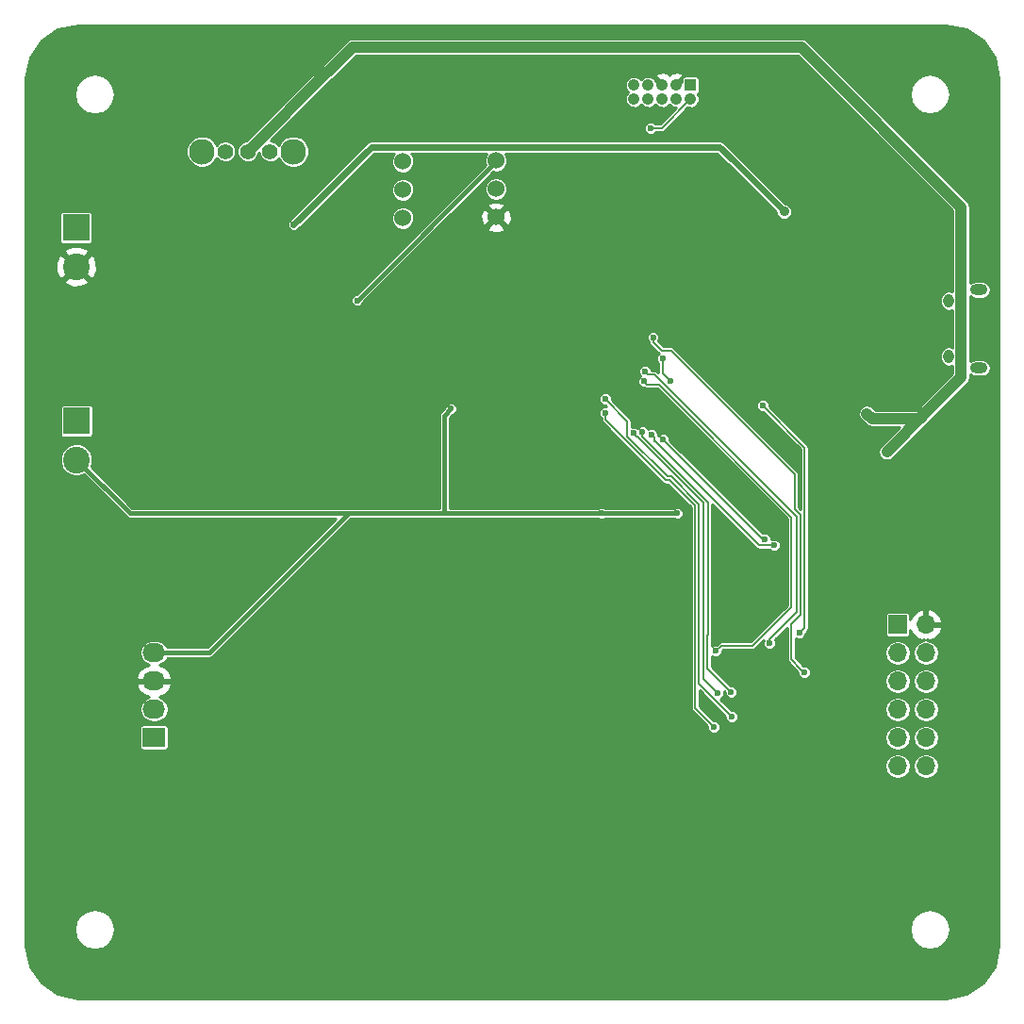
<source format=gbr>
G04 #@! TF.FileFunction,Copper,L2,Bot,Signal*
%FSLAX46Y46*%
G04 Gerber Fmt 4.6, Leading zero omitted, Abs format (unit mm)*
G04 Created by KiCad (PCBNEW 4.0.4-stable) date 03/01/18 20:45:57*
%MOMM*%
%LPD*%
G01*
G04 APERTURE LIST*
%ADD10C,0.100000*%
%ADD11R,1.700000X1.700000*%
%ADD12O,1.700000X1.700000*%
%ADD13O,0.950000X1.250000*%
%ADD14O,1.550000X1.000000*%
%ADD15R,2.032000X1.727200*%
%ADD16O,2.032000X1.727200*%
%ADD17R,1.050000X1.050000*%
%ADD18C,1.050000*%
%ADD19C,1.524000*%
%ADD20C,2.300000*%
%ADD21C,1.400000*%
%ADD22C,2.400000*%
%ADD23R,2.400000X2.400000*%
%ADD24C,0.600000*%
%ADD25C,0.890000*%
%ADD26C,0.200000*%
%ADD27C,0.400000*%
%ADD28C,1.000000*%
%ADD29C,0.600000*%
%ADD30C,0.254000*%
G04 APERTURE END LIST*
D10*
D11*
X236710000Y-153040000D03*
D12*
X239250000Y-153040000D03*
X236710000Y-155580000D03*
X239250000Y-155580000D03*
X236710000Y-158120000D03*
X239250000Y-158120000D03*
X236710000Y-160660000D03*
X239250000Y-160660000D03*
X236710000Y-163200000D03*
X239250000Y-163200000D03*
X236710000Y-165740000D03*
X239250000Y-165740000D03*
D13*
X241295000Y-128975000D03*
X241295000Y-123975000D03*
D14*
X243995000Y-129975000D03*
X243995000Y-122975000D03*
D15*
X169945000Y-163165000D03*
D16*
X169945000Y-160625000D03*
X169945000Y-158085000D03*
X169945000Y-155545000D03*
D17*
X218110000Y-104575000D03*
D18*
X216840000Y-104575000D03*
X215570000Y-104575000D03*
X214300000Y-104575000D03*
X213030000Y-104575000D03*
X216840000Y-105845000D03*
X215570000Y-105845000D03*
X214300000Y-105845000D03*
X213030000Y-105845000D03*
X218110000Y-105845000D03*
D19*
X192270000Y-114000000D03*
X192270000Y-116540000D03*
X192270000Y-111460000D03*
X200645000Y-113910000D03*
X200645000Y-116450000D03*
X200645000Y-111370000D03*
D20*
X174240000Y-110560000D03*
X182440000Y-110560000D03*
D21*
X180340000Y-110560000D03*
X178340000Y-110560000D03*
X176340000Y-110560000D03*
D22*
X162970000Y-138240000D03*
D23*
X162970000Y-134740000D03*
D22*
X162950000Y-120890000D03*
D23*
X162950000Y-117390000D03*
D24*
X226479990Y-145170000D03*
X223100000Y-148080000D03*
X215872885Y-140630697D03*
X216520072Y-135676704D03*
X222170000Y-140580000D03*
X237880000Y-131720000D03*
X225720000Y-127150000D03*
X219420000Y-116650000D03*
X217120000Y-116750000D03*
X205220000Y-117750000D03*
X205520000Y-121850000D03*
X204620000Y-127650000D03*
X218020000Y-164050000D03*
X212620000Y-163950000D03*
X207020000Y-164150000D03*
X201020000Y-164050000D03*
X224620000Y-142750000D03*
X224620000Y-106250000D03*
X181720000Y-124750000D03*
X176120000Y-119550000D03*
X183420000Y-113550000D03*
X204820000Y-134250000D03*
X194420000Y-127250000D03*
X187420000Y-132450000D03*
X213820000Y-128850000D03*
X210520000Y-128850000D03*
X217020000Y-123450000D03*
X219320000Y-127750000D03*
X228620000Y-126250000D03*
X234020000Y-120250000D03*
X239420000Y-125150000D03*
X216940000Y-143050000D03*
X188170000Y-123930000D03*
X215620000Y-129150000D03*
X216320000Y-131150000D03*
X196620000Y-133650000D03*
X210120000Y-143050000D03*
D25*
X233960000Y-134080000D03*
X235740000Y-137510000D03*
D24*
X182480000Y-117120000D03*
D25*
X226520000Y-115950000D03*
D24*
X214520000Y-108450000D03*
X225630000Y-145920000D03*
X214590040Y-135960036D03*
X224780000Y-145369990D03*
X215670672Y-136419139D03*
X225210000Y-154720000D03*
X214010000Y-130280000D03*
X220400000Y-155400000D03*
X213930000Y-131190000D03*
X228330000Y-157330000D03*
X214750000Y-127230000D03*
X221830000Y-161320000D03*
X210450000Y-132770000D03*
X220210000Y-162220000D03*
X210480000Y-134010000D03*
X220570000Y-159220000D03*
X212990000Y-135850000D03*
X221760000Y-159120000D03*
X213797917Y-135713030D03*
X227880000Y-153790010D03*
X224600000Y-133380000D03*
D26*
X219420000Y-116650000D02*
X217220000Y-116650000D01*
X217220000Y-116650000D02*
X217120000Y-116750000D01*
X224620000Y-106250000D02*
X224920000Y-106250000D01*
D27*
X216940000Y-143050000D02*
X210120000Y-143050000D01*
X188170000Y-123930000D02*
X200645000Y-111455000D01*
X200645000Y-111455000D02*
X200645000Y-111370000D01*
D26*
X216320000Y-131150000D02*
X215620000Y-130450000D01*
X215620000Y-130450000D02*
X215620000Y-129150000D01*
D27*
X210120000Y-143050000D02*
X196020000Y-143050000D01*
X196020000Y-143050000D02*
X187420000Y-143050000D01*
X196620000Y-133650000D02*
X196020000Y-134250000D01*
X196020000Y-134250000D02*
X196020000Y-143050000D01*
X187420000Y-143050000D02*
X167780000Y-143050000D01*
X187420000Y-143050000D02*
X174925000Y-155545000D01*
X174925000Y-155545000D02*
X169945000Y-155545000D01*
X167780000Y-143050000D02*
X162970000Y-138240000D01*
D28*
X178340000Y-110560000D02*
X185500001Y-103399999D01*
X185500001Y-103399999D02*
X185570001Y-103399999D01*
X187800000Y-101170000D02*
X228050000Y-101170000D01*
X185570001Y-103399999D02*
X187800000Y-101170000D01*
X228050000Y-101170000D02*
X242420010Y-115540010D01*
X242420010Y-115540010D02*
X242420010Y-130829990D01*
X242420010Y-130829990D02*
X239270000Y-133980000D01*
X239270000Y-133980000D02*
X235740000Y-137510000D01*
X233960000Y-134080000D02*
X234404999Y-134524999D01*
X234404999Y-134524999D02*
X238725001Y-134524999D01*
X238725001Y-134524999D02*
X239270000Y-133980000D01*
D29*
X221940000Y-111370000D02*
X220727999Y-110157999D01*
X220727999Y-110157999D02*
X189442001Y-110157999D01*
X189442001Y-110157999D02*
X182480000Y-117120000D01*
X226520000Y-115950000D02*
X221940000Y-111370000D01*
D26*
X218110000Y-105845000D02*
X215505000Y-108450000D01*
X215505000Y-108450000D02*
X214520000Y-108450000D01*
X224270000Y-145920000D02*
X225630000Y-145920000D01*
X214940059Y-136590059D02*
X224270000Y-145920000D01*
X214890039Y-136590059D02*
X214940059Y-136590059D01*
X214890039Y-136260035D02*
X214590040Y-135960036D01*
X214890039Y-136590059D02*
X214890039Y-136260035D01*
X224621523Y-145369990D02*
X224780000Y-145369990D01*
X215670672Y-136419139D02*
X224621523Y-145369990D01*
X227660000Y-151880000D02*
X225210000Y-154330000D01*
X225210000Y-154330000D02*
X225210000Y-154720000D01*
X227660000Y-151540000D02*
X227660000Y-151880000D01*
X227660000Y-143350000D02*
X227660000Y-151540000D01*
X214889999Y-130579999D02*
X227660000Y-143350000D01*
X214309999Y-130579999D02*
X214889999Y-130579999D01*
X214010000Y-130280000D02*
X214309999Y-130579999D01*
X227160000Y-151450000D02*
X223670000Y-154940000D01*
X223670000Y-154940000D02*
X220860000Y-154940000D01*
X220860000Y-154940000D02*
X220400000Y-155400000D01*
X227160000Y-143400000D02*
X227160000Y-151450000D01*
X215249999Y-131489999D02*
X227160000Y-143400000D01*
X214759999Y-131489999D02*
X215249999Y-131489999D01*
X213930000Y-131190000D02*
X214229999Y-131489999D01*
X214229999Y-131489999D02*
X214759999Y-131489999D01*
X228030001Y-157030001D02*
X228330000Y-157330000D01*
X227150000Y-156150000D02*
X228030001Y-157030001D01*
X228010011Y-143205021D02*
X228010011Y-152159989D01*
X227480011Y-142675021D02*
X228010011Y-143205021D01*
X227480011Y-139530011D02*
X227480011Y-142675021D01*
X216268002Y-128430000D02*
X216380000Y-128430000D01*
X216380000Y-128430000D02*
X227480011Y-139530011D01*
X227150000Y-153020000D02*
X227150000Y-156150000D01*
X228010011Y-152159989D02*
X227150000Y-153020000D01*
X216268002Y-128430000D02*
X216330000Y-128430000D01*
X214750000Y-127230000D02*
X214750000Y-127654264D01*
X214750000Y-127654264D02*
X215525736Y-128430000D01*
X215525736Y-128430000D02*
X216268002Y-128430000D01*
X218869989Y-158333993D02*
X218869989Y-158359989D01*
X218869989Y-158359989D02*
X221830000Y-161320000D01*
X218869989Y-142214979D02*
X218869989Y-158333993D01*
X216385020Y-139730010D02*
X218869989Y-142214979D01*
X216056008Y-139730010D02*
X216385020Y-139730010D01*
X212439999Y-136114001D02*
X216056008Y-139730010D01*
X212439999Y-134759999D02*
X212439999Y-136114001D01*
X210450000Y-132770000D02*
X212439999Y-134759999D01*
X218519978Y-158414242D02*
X218519978Y-160529978D01*
X218519978Y-160529978D02*
X220210000Y-162220000D01*
X218519978Y-142359958D02*
X218519978Y-158414242D01*
X216240041Y-140080021D02*
X218519978Y-142359958D01*
X215901029Y-140080021D02*
X216240041Y-140080021D01*
X210480000Y-134658992D02*
X215901029Y-140080021D01*
X210480000Y-134010000D02*
X210480000Y-134658992D01*
X219250000Y-157890000D02*
X219250000Y-157900000D01*
X219250000Y-157900000D02*
X220570000Y-159220000D01*
X219250000Y-142070000D02*
X219250000Y-157890000D01*
X213329999Y-136149999D02*
X219250000Y-142070000D01*
X213289999Y-136149999D02*
X213329999Y-136149999D01*
X212990000Y-135850000D02*
X213289999Y-136149999D01*
X213289999Y-136149999D02*
X213309999Y-136149999D01*
X221460001Y-158820001D02*
X221760000Y-159120000D01*
X219650010Y-157010010D02*
X221460001Y-158820001D01*
X219650010Y-153954980D02*
X219650010Y-157010010D01*
X219690011Y-153914979D02*
X219650010Y-153954980D01*
X219650010Y-141965020D02*
X219690011Y-142005021D01*
X219690011Y-142005021D02*
X219690011Y-153914979D01*
X213797917Y-135713030D02*
X213797917Y-136112927D01*
X213797917Y-136112927D02*
X219650010Y-141965020D01*
X219650010Y-141965020D02*
X219650010Y-141989387D01*
X228179999Y-153490011D02*
X227880000Y-153790010D01*
X228360021Y-153309989D02*
X228179999Y-153490011D01*
X228360021Y-137140021D02*
X228360021Y-153309989D01*
X224600000Y-133380000D02*
X228360021Y-137140021D01*
D30*
G36*
X242885829Y-99598631D02*
X244399781Y-100610221D01*
X245411370Y-102124173D01*
X245773000Y-103942208D01*
X245773000Y-181877794D01*
X245411369Y-183695830D01*
X244399779Y-185209781D01*
X242885827Y-186221370D01*
X241067792Y-186583000D01*
X163132207Y-186583000D01*
X161314171Y-186221370D01*
X159800220Y-185209780D01*
X158788629Y-183695828D01*
X158427000Y-181877793D01*
X158427000Y-180410000D01*
X162773000Y-180410000D01*
X162912072Y-181109163D01*
X163308116Y-181701884D01*
X163900837Y-182097928D01*
X164600000Y-182237000D01*
X165299163Y-182097928D01*
X165891884Y-181701884D01*
X166287928Y-181109163D01*
X166427000Y-180410000D01*
X237773000Y-180410000D01*
X237912072Y-181109163D01*
X238308116Y-181701884D01*
X238900837Y-182097928D01*
X239600000Y-182237000D01*
X240299163Y-182097928D01*
X240891884Y-181701884D01*
X241287928Y-181109163D01*
X241427000Y-180410000D01*
X241287928Y-179710837D01*
X240891884Y-179118116D01*
X240299163Y-178722072D01*
X239600000Y-178583000D01*
X238900837Y-178722072D01*
X238308116Y-179118116D01*
X237912072Y-179710837D01*
X237773000Y-180410000D01*
X166427000Y-180410000D01*
X166287928Y-179710837D01*
X165891884Y-179118116D01*
X165299163Y-178722072D01*
X164600000Y-178583000D01*
X163900837Y-178722072D01*
X163308116Y-179118116D01*
X162912072Y-179710837D01*
X162773000Y-180410000D01*
X158427000Y-180410000D01*
X158427000Y-165740000D01*
X235560921Y-165740000D01*
X235646709Y-166171284D01*
X235891012Y-166536909D01*
X236256637Y-166781212D01*
X236687921Y-166867000D01*
X236732079Y-166867000D01*
X237163363Y-166781212D01*
X237528988Y-166536909D01*
X237773291Y-166171284D01*
X237859079Y-165740000D01*
X238100921Y-165740000D01*
X238186709Y-166171284D01*
X238431012Y-166536909D01*
X238796637Y-166781212D01*
X239227921Y-166867000D01*
X239272079Y-166867000D01*
X239703363Y-166781212D01*
X240068988Y-166536909D01*
X240313291Y-166171284D01*
X240399079Y-165740000D01*
X240313291Y-165308716D01*
X240068988Y-164943091D01*
X239703363Y-164698788D01*
X239272079Y-164613000D01*
X239227921Y-164613000D01*
X238796637Y-164698788D01*
X238431012Y-164943091D01*
X238186709Y-165308716D01*
X238100921Y-165740000D01*
X237859079Y-165740000D01*
X237773291Y-165308716D01*
X237528988Y-164943091D01*
X237163363Y-164698788D01*
X236732079Y-164613000D01*
X236687921Y-164613000D01*
X236256637Y-164698788D01*
X235891012Y-164943091D01*
X235646709Y-165308716D01*
X235560921Y-165740000D01*
X158427000Y-165740000D01*
X158427000Y-162301400D01*
X168646574Y-162301400D01*
X168646574Y-164028600D01*
X168665889Y-164131250D01*
X168726555Y-164225527D01*
X168819120Y-164288775D01*
X168929000Y-164311026D01*
X170961000Y-164311026D01*
X171063650Y-164291711D01*
X171157927Y-164231045D01*
X171221175Y-164138480D01*
X171243426Y-164028600D01*
X171243426Y-163200000D01*
X235560921Y-163200000D01*
X235646709Y-163631284D01*
X235891012Y-163996909D01*
X236256637Y-164241212D01*
X236687921Y-164327000D01*
X236732079Y-164327000D01*
X237163363Y-164241212D01*
X237528988Y-163996909D01*
X237773291Y-163631284D01*
X237859079Y-163200000D01*
X238100921Y-163200000D01*
X238186709Y-163631284D01*
X238431012Y-163996909D01*
X238796637Y-164241212D01*
X239227921Y-164327000D01*
X239272079Y-164327000D01*
X239703363Y-164241212D01*
X240068988Y-163996909D01*
X240313291Y-163631284D01*
X240399079Y-163200000D01*
X240313291Y-162768716D01*
X240068988Y-162403091D01*
X239703363Y-162158788D01*
X239272079Y-162073000D01*
X239227921Y-162073000D01*
X238796637Y-162158788D01*
X238431012Y-162403091D01*
X238186709Y-162768716D01*
X238100921Y-163200000D01*
X237859079Y-163200000D01*
X237773291Y-162768716D01*
X237528988Y-162403091D01*
X237163363Y-162158788D01*
X236732079Y-162073000D01*
X236687921Y-162073000D01*
X236256637Y-162158788D01*
X235891012Y-162403091D01*
X235646709Y-162768716D01*
X235560921Y-163200000D01*
X171243426Y-163200000D01*
X171243426Y-162301400D01*
X171224111Y-162198750D01*
X171163445Y-162104473D01*
X171070880Y-162041225D01*
X170961000Y-162018974D01*
X168929000Y-162018974D01*
X168826350Y-162038289D01*
X168732073Y-162098955D01*
X168668825Y-162191520D01*
X168646574Y-162301400D01*
X158427000Y-162301400D01*
X158427000Y-158444026D01*
X168337642Y-158444026D01*
X168340291Y-158459791D01*
X168594268Y-158987036D01*
X169030680Y-159376954D01*
X169493517Y-159538853D01*
X169330780Y-159571223D01*
X168960743Y-159818474D01*
X168713492Y-160188511D01*
X168626669Y-160625000D01*
X168713492Y-161061489D01*
X168960743Y-161431526D01*
X169330780Y-161678777D01*
X169767269Y-161765600D01*
X170122731Y-161765600D01*
X170559220Y-161678777D01*
X170929257Y-161431526D01*
X171176508Y-161061489D01*
X171263331Y-160625000D01*
X171176508Y-160188511D01*
X170929257Y-159818474D01*
X170559220Y-159571223D01*
X170396483Y-159538853D01*
X170859320Y-159376954D01*
X171295732Y-158987036D01*
X171549709Y-158459791D01*
X171552358Y-158444026D01*
X171431217Y-158212000D01*
X170072000Y-158212000D01*
X170072000Y-158232000D01*
X169818000Y-158232000D01*
X169818000Y-158212000D01*
X168458783Y-158212000D01*
X168337642Y-158444026D01*
X158427000Y-158444026D01*
X158427000Y-138532505D01*
X161492744Y-138532505D01*
X161717130Y-139075560D01*
X162132254Y-139491409D01*
X162674918Y-139716743D01*
X163262505Y-139717256D01*
X163623511Y-139568091D01*
X167442710Y-143387290D01*
X167597460Y-143490691D01*
X167780000Y-143527000D01*
X186268420Y-143527000D01*
X174727420Y-155068000D01*
X171149439Y-155068000D01*
X170929257Y-154738474D01*
X170559220Y-154491223D01*
X170122731Y-154404400D01*
X169767269Y-154404400D01*
X169330780Y-154491223D01*
X168960743Y-154738474D01*
X168713492Y-155108511D01*
X168626669Y-155545000D01*
X168713492Y-155981489D01*
X168960743Y-156351526D01*
X169330780Y-156598777D01*
X169493517Y-156631147D01*
X169030680Y-156793046D01*
X168594268Y-157182964D01*
X168340291Y-157710209D01*
X168337642Y-157725974D01*
X168458783Y-157958000D01*
X169818000Y-157958000D01*
X169818000Y-157938000D01*
X170072000Y-157938000D01*
X170072000Y-157958000D01*
X171431217Y-157958000D01*
X171552358Y-157725974D01*
X171549709Y-157710209D01*
X171295732Y-157182964D01*
X170859320Y-156793046D01*
X170396483Y-156631147D01*
X170559220Y-156598777D01*
X170929257Y-156351526D01*
X171149439Y-156022000D01*
X174925000Y-156022000D01*
X175107540Y-155985691D01*
X175262290Y-155882290D01*
X187617580Y-143527000D01*
X209780879Y-143527000D01*
X209792729Y-143538871D01*
X210004724Y-143626900D01*
X210234269Y-143627100D01*
X210446417Y-143539442D01*
X210458881Y-143527000D01*
X216600879Y-143527000D01*
X216612729Y-143538871D01*
X216824724Y-143626900D01*
X217054269Y-143627100D01*
X217266417Y-143539442D01*
X217428871Y-143377271D01*
X217516900Y-143165276D01*
X217517100Y-142935731D01*
X217429442Y-142723583D01*
X217267271Y-142561129D01*
X217055276Y-142473100D01*
X216825731Y-142472900D01*
X216613583Y-142560558D01*
X216601119Y-142573000D01*
X210459121Y-142573000D01*
X210447271Y-142561129D01*
X210235276Y-142473100D01*
X210005731Y-142472900D01*
X209793583Y-142560558D01*
X209781119Y-142573000D01*
X196497000Y-142573000D01*
X196497000Y-134447580D01*
X196717495Y-134227085D01*
X196734269Y-134227100D01*
X196946417Y-134139442D01*
X197108871Y-133977271D01*
X197196900Y-133765276D01*
X197197100Y-133535731D01*
X197109442Y-133323583D01*
X196947271Y-133161129D01*
X196735276Y-133073100D01*
X196505731Y-133072900D01*
X196293583Y-133160558D01*
X196131129Y-133322729D01*
X196043100Y-133534724D01*
X196043085Y-133552335D01*
X195682710Y-133912710D01*
X195579309Y-134067460D01*
X195543000Y-134250000D01*
X195543000Y-142573000D01*
X167977580Y-142573000D01*
X164297963Y-138893383D01*
X164446743Y-138535082D01*
X164447256Y-137947495D01*
X164222870Y-137404440D01*
X163807746Y-136988591D01*
X163265082Y-136763257D01*
X162677495Y-136762744D01*
X162134440Y-136987130D01*
X161718591Y-137402254D01*
X161493257Y-137944918D01*
X161492744Y-138532505D01*
X158427000Y-138532505D01*
X158427000Y-133540000D01*
X161487574Y-133540000D01*
X161487574Y-135940000D01*
X161506889Y-136042650D01*
X161567555Y-136136927D01*
X161660120Y-136200175D01*
X161770000Y-136222426D01*
X164170000Y-136222426D01*
X164272650Y-136203111D01*
X164366927Y-136142445D01*
X164430175Y-136049880D01*
X164452426Y-135940000D01*
X164452426Y-133540000D01*
X164433111Y-133437350D01*
X164372445Y-133343073D01*
X164279880Y-133279825D01*
X164170000Y-133257574D01*
X161770000Y-133257574D01*
X161667350Y-133276889D01*
X161573073Y-133337555D01*
X161509825Y-133430120D01*
X161487574Y-133540000D01*
X158427000Y-133540000D01*
X158427000Y-132884269D01*
X209872900Y-132884269D01*
X209960558Y-133096417D01*
X210122729Y-133258871D01*
X210334724Y-133346900D01*
X210493881Y-133347039D01*
X210579928Y-133433087D01*
X210365731Y-133432900D01*
X210153583Y-133520558D01*
X209991129Y-133682729D01*
X209903100Y-133894724D01*
X209902900Y-134124269D01*
X209990558Y-134336417D01*
X210103000Y-134449055D01*
X210103000Y-134658992D01*
X210131697Y-134803264D01*
X210213421Y-134925571D01*
X215634450Y-140346600D01*
X215756757Y-140428324D01*
X215901029Y-140457021D01*
X216083883Y-140457021D01*
X218142978Y-142516116D01*
X218142978Y-160529978D01*
X218171675Y-160674250D01*
X218253399Y-160796557D01*
X219633038Y-162176196D01*
X219632900Y-162334269D01*
X219720558Y-162546417D01*
X219882729Y-162708871D01*
X220094724Y-162796900D01*
X220324269Y-162797100D01*
X220536417Y-162709442D01*
X220698871Y-162547271D01*
X220786900Y-162335276D01*
X220787100Y-162105731D01*
X220699442Y-161893583D01*
X220537271Y-161731129D01*
X220325276Y-161643100D01*
X220166119Y-161642961D01*
X218896978Y-160373820D01*
X218896978Y-158920136D01*
X221253038Y-161276196D01*
X221252900Y-161434269D01*
X221340558Y-161646417D01*
X221502729Y-161808871D01*
X221714724Y-161896900D01*
X221944269Y-161897100D01*
X222156417Y-161809442D01*
X222318871Y-161647271D01*
X222406900Y-161435276D01*
X222407100Y-161205731D01*
X222319442Y-160993583D01*
X222157271Y-160831129D01*
X221945276Y-160743100D01*
X221786119Y-160742961D01*
X221703158Y-160660000D01*
X235560921Y-160660000D01*
X235646709Y-161091284D01*
X235891012Y-161456909D01*
X236256637Y-161701212D01*
X236687921Y-161787000D01*
X236732079Y-161787000D01*
X237163363Y-161701212D01*
X237528988Y-161456909D01*
X237773291Y-161091284D01*
X237859079Y-160660000D01*
X238100921Y-160660000D01*
X238186709Y-161091284D01*
X238431012Y-161456909D01*
X238796637Y-161701212D01*
X239227921Y-161787000D01*
X239272079Y-161787000D01*
X239703363Y-161701212D01*
X240068988Y-161456909D01*
X240313291Y-161091284D01*
X240399079Y-160660000D01*
X240313291Y-160228716D01*
X240068988Y-159863091D01*
X239703363Y-159618788D01*
X239272079Y-159533000D01*
X239227921Y-159533000D01*
X238796637Y-159618788D01*
X238431012Y-159863091D01*
X238186709Y-160228716D01*
X238100921Y-160660000D01*
X237859079Y-160660000D01*
X237773291Y-160228716D01*
X237528988Y-159863091D01*
X237163363Y-159618788D01*
X236732079Y-159533000D01*
X236687921Y-159533000D01*
X236256637Y-159618788D01*
X235891012Y-159863091D01*
X235646709Y-160228716D01*
X235560921Y-160660000D01*
X221703158Y-160660000D01*
X220794650Y-159751492D01*
X220896417Y-159709442D01*
X221058871Y-159547271D01*
X221146900Y-159335276D01*
X221147100Y-159105731D01*
X221100998Y-158994156D01*
X221183038Y-159076196D01*
X221182900Y-159234269D01*
X221270558Y-159446417D01*
X221432729Y-159608871D01*
X221644724Y-159696900D01*
X221874269Y-159697100D01*
X222086417Y-159609442D01*
X222248871Y-159447271D01*
X222336900Y-159235276D01*
X222337100Y-159005731D01*
X222249442Y-158793583D01*
X222087271Y-158631129D01*
X221875276Y-158543100D01*
X221716119Y-158542961D01*
X221293158Y-158120000D01*
X235560921Y-158120000D01*
X235646709Y-158551284D01*
X235891012Y-158916909D01*
X236256637Y-159161212D01*
X236687921Y-159247000D01*
X236732079Y-159247000D01*
X237163363Y-159161212D01*
X237528988Y-158916909D01*
X237773291Y-158551284D01*
X237859079Y-158120000D01*
X238100921Y-158120000D01*
X238186709Y-158551284D01*
X238431012Y-158916909D01*
X238796637Y-159161212D01*
X239227921Y-159247000D01*
X239272079Y-159247000D01*
X239703363Y-159161212D01*
X240068988Y-158916909D01*
X240313291Y-158551284D01*
X240399079Y-158120000D01*
X240313291Y-157688716D01*
X240068988Y-157323091D01*
X239703363Y-157078788D01*
X239272079Y-156993000D01*
X239227921Y-156993000D01*
X238796637Y-157078788D01*
X238431012Y-157323091D01*
X238186709Y-157688716D01*
X238100921Y-158120000D01*
X237859079Y-158120000D01*
X237773291Y-157688716D01*
X237528988Y-157323091D01*
X237163363Y-157078788D01*
X236732079Y-156993000D01*
X236687921Y-156993000D01*
X236256637Y-157078788D01*
X235891012Y-157323091D01*
X235646709Y-157688716D01*
X235560921Y-158120000D01*
X221293158Y-158120000D01*
X220027010Y-156853852D01*
X220027010Y-155843072D01*
X220072729Y-155888871D01*
X220284724Y-155976900D01*
X220514269Y-155977100D01*
X220726417Y-155889442D01*
X220888871Y-155727271D01*
X220976900Y-155515276D01*
X220977039Y-155356119D01*
X221016158Y-155317000D01*
X223670000Y-155317000D01*
X223814272Y-155288303D01*
X223936579Y-155206579D01*
X224700323Y-154442835D01*
X224633100Y-154604724D01*
X224632900Y-154834269D01*
X224720558Y-155046417D01*
X224882729Y-155208871D01*
X225094724Y-155296900D01*
X225324269Y-155297100D01*
X225536417Y-155209442D01*
X225698871Y-155047271D01*
X225786900Y-154835276D01*
X225787100Y-154605731D01*
X225699442Y-154393583D01*
X225689517Y-154383641D01*
X226773000Y-153300158D01*
X226773000Y-156150000D01*
X226801697Y-156294272D01*
X226883421Y-156416579D01*
X227753038Y-157286197D01*
X227752900Y-157444269D01*
X227840558Y-157656417D01*
X228002729Y-157818871D01*
X228214724Y-157906900D01*
X228444269Y-157907100D01*
X228656417Y-157819442D01*
X228818871Y-157657271D01*
X228906900Y-157445276D01*
X228907100Y-157215731D01*
X228819442Y-157003583D01*
X228657271Y-156841129D01*
X228445276Y-156753100D01*
X228286120Y-156752961D01*
X227527000Y-155993842D01*
X227527000Y-155580000D01*
X235560921Y-155580000D01*
X235646709Y-156011284D01*
X235891012Y-156376909D01*
X236256637Y-156621212D01*
X236687921Y-156707000D01*
X236732079Y-156707000D01*
X237163363Y-156621212D01*
X237528988Y-156376909D01*
X237773291Y-156011284D01*
X237859079Y-155580000D01*
X237773291Y-155148716D01*
X237528988Y-154783091D01*
X237163363Y-154538788D01*
X236732079Y-154453000D01*
X236687921Y-154453000D01*
X236256637Y-154538788D01*
X235891012Y-154783091D01*
X235646709Y-155148716D01*
X235560921Y-155580000D01*
X227527000Y-155580000D01*
X227527000Y-154253107D01*
X227552729Y-154278881D01*
X227764724Y-154366910D01*
X227994269Y-154367110D01*
X228206417Y-154279452D01*
X228368871Y-154117281D01*
X228456900Y-153905286D01*
X228457039Y-153746129D01*
X228626601Y-153576568D01*
X228702659Y-153462739D01*
X228708324Y-153454261D01*
X228737021Y-153309989D01*
X228737021Y-152190000D01*
X235577574Y-152190000D01*
X235577574Y-153890000D01*
X235596889Y-153992650D01*
X235657555Y-154086927D01*
X235750120Y-154150175D01*
X235860000Y-154172426D01*
X237560000Y-154172426D01*
X237662650Y-154153111D01*
X237756927Y-154092445D01*
X237820175Y-153999880D01*
X237842426Y-153890000D01*
X237842426Y-153478742D01*
X237978355Y-153806924D01*
X238368642Y-154235183D01*
X238893108Y-154481486D01*
X239122998Y-154360820D01*
X239122998Y-154473871D01*
X238796637Y-154538788D01*
X238431012Y-154783091D01*
X238186709Y-155148716D01*
X238100921Y-155580000D01*
X238186709Y-156011284D01*
X238431012Y-156376909D01*
X238796637Y-156621212D01*
X239227921Y-156707000D01*
X239272079Y-156707000D01*
X239703363Y-156621212D01*
X240068988Y-156376909D01*
X240313291Y-156011284D01*
X240399079Y-155580000D01*
X240313291Y-155148716D01*
X240068988Y-154783091D01*
X239703363Y-154538788D01*
X239377002Y-154473871D01*
X239377002Y-154360820D01*
X239606892Y-154481486D01*
X240131358Y-154235183D01*
X240521645Y-153806924D01*
X240691476Y-153396890D01*
X240570155Y-153167000D01*
X239377000Y-153167000D01*
X239377000Y-153187000D01*
X239123000Y-153187000D01*
X239123000Y-153167000D01*
X239103000Y-153167000D01*
X239103000Y-152913000D01*
X239123000Y-152913000D01*
X239123000Y-151719181D01*
X239377000Y-151719181D01*
X239377000Y-152913000D01*
X240570155Y-152913000D01*
X240691476Y-152683110D01*
X240521645Y-152273076D01*
X240131358Y-151844817D01*
X239606892Y-151598514D01*
X239377000Y-151719181D01*
X239123000Y-151719181D01*
X238893108Y-151598514D01*
X238368642Y-151844817D01*
X237978355Y-152273076D01*
X237842426Y-152601258D01*
X237842426Y-152190000D01*
X237823111Y-152087350D01*
X237762445Y-151993073D01*
X237669880Y-151929825D01*
X237560000Y-151907574D01*
X235860000Y-151907574D01*
X235757350Y-151926889D01*
X235663073Y-151987555D01*
X235599825Y-152080120D01*
X235577574Y-152190000D01*
X228737021Y-152190000D01*
X228737021Y-137140021D01*
X228708324Y-136995749D01*
X228626600Y-136873442D01*
X225176962Y-133423804D01*
X225177100Y-133265731D01*
X225089442Y-133053583D01*
X224927271Y-132891129D01*
X224715276Y-132803100D01*
X224485731Y-132802900D01*
X224273583Y-132890558D01*
X224111129Y-133052729D01*
X224023100Y-133264724D01*
X224022900Y-133494269D01*
X224110558Y-133706417D01*
X224272729Y-133868871D01*
X224484724Y-133956900D01*
X224643881Y-133957039D01*
X227983021Y-137296179D01*
X227983021Y-142644873D01*
X227857011Y-142518863D01*
X227857011Y-139530011D01*
X227828314Y-139385739D01*
X227746590Y-139263432D01*
X216646579Y-128163421D01*
X216524272Y-128081697D01*
X216380000Y-128053000D01*
X215681895Y-128053000D01*
X215212495Y-127583601D01*
X215238871Y-127557271D01*
X215326900Y-127345276D01*
X215327100Y-127115731D01*
X215239442Y-126903583D01*
X215077271Y-126741129D01*
X214865276Y-126653100D01*
X214635731Y-126652900D01*
X214423583Y-126740558D01*
X214261129Y-126902729D01*
X214173100Y-127114724D01*
X214172900Y-127344269D01*
X214260558Y-127556417D01*
X214376674Y-127672736D01*
X214401697Y-127798536D01*
X214483421Y-127920843D01*
X215258328Y-128695751D01*
X215131129Y-128822729D01*
X215043100Y-129034724D01*
X215042900Y-129264269D01*
X215130558Y-129476417D01*
X215243000Y-129589055D01*
X215243000Y-130399842D01*
X215156578Y-130313420D01*
X215034271Y-130231696D01*
X214889999Y-130202999D01*
X214587068Y-130202999D01*
X214587100Y-130165731D01*
X214499442Y-129953583D01*
X214337271Y-129791129D01*
X214125276Y-129703100D01*
X213895731Y-129702900D01*
X213683583Y-129790558D01*
X213521129Y-129952729D01*
X213433100Y-130164724D01*
X213432900Y-130394269D01*
X213520558Y-130606417D01*
X213611337Y-130697354D01*
X213603583Y-130700558D01*
X213441129Y-130862729D01*
X213353100Y-131074724D01*
X213352900Y-131304269D01*
X213440558Y-131516417D01*
X213602729Y-131678871D01*
X213814724Y-131766900D01*
X213979081Y-131767043D01*
X214036738Y-131805568D01*
X214085727Y-131838302D01*
X214229999Y-131866999D01*
X215093841Y-131866999D01*
X226783000Y-143556158D01*
X226783000Y-151293842D01*
X223513842Y-154563000D01*
X220860000Y-154563000D01*
X220715728Y-154591697D01*
X220593421Y-154673421D01*
X220443804Y-154823038D01*
X220285731Y-154822900D01*
X220073583Y-154910558D01*
X220027010Y-154957050D01*
X220027010Y-154076168D01*
X220038314Y-154059251D01*
X220067011Y-153914979D01*
X220067011Y-142250169D01*
X224003421Y-146186579D01*
X224125728Y-146268303D01*
X224270000Y-146297000D01*
X225191053Y-146297000D01*
X225302729Y-146408871D01*
X225514724Y-146496900D01*
X225744269Y-146497100D01*
X225956417Y-146409442D01*
X226118871Y-146247271D01*
X226206900Y-146035276D01*
X226207100Y-145805731D01*
X226119442Y-145593583D01*
X225957271Y-145431129D01*
X225745276Y-145343100D01*
X225515731Y-145342900D01*
X225356967Y-145408500D01*
X225357100Y-145255721D01*
X225269442Y-145043573D01*
X225107271Y-144881119D01*
X224895276Y-144793090D01*
X224665731Y-144792890D01*
X224603355Y-144818664D01*
X216247634Y-136462943D01*
X216247772Y-136304870D01*
X216160114Y-136092722D01*
X215997943Y-135930268D01*
X215785948Y-135842239D01*
X215556403Y-135842039D01*
X215344255Y-135929697D01*
X215206141Y-136067571D01*
X215189489Y-136042650D01*
X215166998Y-136008989D01*
X215167140Y-135845767D01*
X215079482Y-135633619D01*
X214917311Y-135471165D01*
X214705316Y-135383136D01*
X214475771Y-135382936D01*
X214313538Y-135449970D01*
X214287359Y-135386613D01*
X214125188Y-135224159D01*
X213913193Y-135136130D01*
X213683648Y-135135930D01*
X213471500Y-135223588D01*
X213325481Y-135369353D01*
X213317271Y-135361129D01*
X213105276Y-135273100D01*
X212875731Y-135272900D01*
X212816999Y-135297168D01*
X212816999Y-134759999D01*
X212788302Y-134615727D01*
X212755568Y-134566738D01*
X212706579Y-134493420D01*
X211026962Y-132813804D01*
X211027100Y-132655731D01*
X210939442Y-132443583D01*
X210777271Y-132281129D01*
X210565276Y-132193100D01*
X210335731Y-132192900D01*
X210123583Y-132280558D01*
X209961129Y-132442729D01*
X209873100Y-132654724D01*
X209872900Y-132884269D01*
X158427000Y-132884269D01*
X158427000Y-122187175D01*
X161832430Y-122187175D01*
X161955565Y-122474788D01*
X162637734Y-122734707D01*
X163367443Y-122713786D01*
X163944435Y-122474788D01*
X164067570Y-122187175D01*
X162950000Y-121069605D01*
X161832430Y-122187175D01*
X158427000Y-122187175D01*
X158427000Y-120577734D01*
X161105293Y-120577734D01*
X161126214Y-121307443D01*
X161365212Y-121884435D01*
X161652825Y-122007570D01*
X162770395Y-120890000D01*
X163129605Y-120890000D01*
X164247175Y-122007570D01*
X164534788Y-121884435D01*
X164794707Y-121202266D01*
X164773786Y-120472557D01*
X164534788Y-119895565D01*
X164247175Y-119772430D01*
X163129605Y-120890000D01*
X162770395Y-120890000D01*
X161652825Y-119772430D01*
X161365212Y-119895565D01*
X161105293Y-120577734D01*
X158427000Y-120577734D01*
X158427000Y-119592825D01*
X161832430Y-119592825D01*
X162950000Y-120710395D01*
X164067570Y-119592825D01*
X163944435Y-119305212D01*
X163262266Y-119045293D01*
X162532557Y-119066214D01*
X161955565Y-119305212D01*
X161832430Y-119592825D01*
X158427000Y-119592825D01*
X158427000Y-116190000D01*
X161467574Y-116190000D01*
X161467574Y-118590000D01*
X161486889Y-118692650D01*
X161547555Y-118786927D01*
X161640120Y-118850175D01*
X161750000Y-118872426D01*
X164150000Y-118872426D01*
X164252650Y-118853111D01*
X164346927Y-118792445D01*
X164410175Y-118699880D01*
X164432426Y-118590000D01*
X164432426Y-117234269D01*
X181902900Y-117234269D01*
X181990558Y-117446417D01*
X182071997Y-117527998D01*
X182071999Y-117528001D01*
X182072002Y-117528003D01*
X182152729Y-117608871D01*
X182364724Y-117696900D01*
X182479997Y-117697000D01*
X182480000Y-117697001D01*
X182480003Y-117697000D01*
X182594269Y-117697100D01*
X182806417Y-117609442D01*
X182887998Y-117528003D01*
X182888001Y-117528001D01*
X182888505Y-117527497D01*
X182968871Y-117447271D01*
X182968970Y-117447032D01*
X183670238Y-116745763D01*
X191230820Y-116745763D01*
X191388665Y-117127777D01*
X191680685Y-117420308D01*
X192062423Y-117578819D01*
X192475763Y-117579180D01*
X192857777Y-117421335D01*
X193150308Y-117129315D01*
X193308819Y-116747577D01*
X193309180Y-116334237D01*
X193151335Y-115952223D01*
X192859315Y-115659692D01*
X192477577Y-115501181D01*
X192064237Y-115500820D01*
X191682223Y-115658665D01*
X191389692Y-115950685D01*
X191231181Y-116332423D01*
X191230820Y-116745763D01*
X183670238Y-116745763D01*
X186210238Y-114205763D01*
X191230820Y-114205763D01*
X191388665Y-114587777D01*
X191680685Y-114880308D01*
X192062423Y-115038819D01*
X192475763Y-115039180D01*
X192857777Y-114881335D01*
X193150308Y-114589315D01*
X193308819Y-114207577D01*
X193309180Y-113794237D01*
X193151335Y-113412223D01*
X192859315Y-113119692D01*
X192477577Y-112961181D01*
X192064237Y-112960820D01*
X191682223Y-113118665D01*
X191389692Y-113410685D01*
X191231181Y-113792423D01*
X191230820Y-114205763D01*
X186210238Y-114205763D01*
X189681002Y-110734999D01*
X191525615Y-110734999D01*
X191389692Y-110870685D01*
X191231181Y-111252423D01*
X191230820Y-111665763D01*
X191388665Y-112047777D01*
X191680685Y-112340308D01*
X192062423Y-112498819D01*
X192475763Y-112499180D01*
X192857777Y-112341335D01*
X193150308Y-112049315D01*
X193308819Y-111667577D01*
X193309180Y-111254237D01*
X193151335Y-110872223D01*
X193014351Y-110734999D01*
X199810458Y-110734999D01*
X199764692Y-110780685D01*
X199606181Y-111162423D01*
X199605820Y-111575763D01*
X199677114Y-111748306D01*
X188072505Y-123352915D01*
X188055731Y-123352900D01*
X187843583Y-123440558D01*
X187681129Y-123602729D01*
X187593100Y-123814724D01*
X187592900Y-124044269D01*
X187680558Y-124256417D01*
X187842729Y-124418871D01*
X188054724Y-124506900D01*
X188284269Y-124507100D01*
X188496417Y-124419442D01*
X188658871Y-124257271D01*
X188746900Y-124045276D01*
X188746915Y-124027665D01*
X195344367Y-117430213D01*
X199844392Y-117430213D01*
X199913857Y-117672397D01*
X200437302Y-117859144D01*
X200992368Y-117831362D01*
X201376143Y-117672397D01*
X201445608Y-117430213D01*
X200645000Y-116629605D01*
X199844392Y-117430213D01*
X195344367Y-117430213D01*
X196532278Y-116242302D01*
X199235856Y-116242302D01*
X199263638Y-116797368D01*
X199422603Y-117181143D01*
X199664787Y-117250608D01*
X200465395Y-116450000D01*
X200824605Y-116450000D01*
X201625213Y-117250608D01*
X201867397Y-117181143D01*
X202054144Y-116657698D01*
X202026362Y-116102632D01*
X201867397Y-115718857D01*
X201625213Y-115649392D01*
X200824605Y-116450000D01*
X200465395Y-116450000D01*
X199664787Y-115649392D01*
X199422603Y-115718857D01*
X199235856Y-116242302D01*
X196532278Y-116242302D01*
X197304793Y-115469787D01*
X199844392Y-115469787D01*
X200645000Y-116270395D01*
X201445608Y-115469787D01*
X201376143Y-115227603D01*
X200852698Y-115040856D01*
X200297632Y-115068638D01*
X199913857Y-115227603D01*
X199844392Y-115469787D01*
X197304793Y-115469787D01*
X198658817Y-114115763D01*
X199605820Y-114115763D01*
X199763665Y-114497777D01*
X200055685Y-114790308D01*
X200437423Y-114948819D01*
X200850763Y-114949180D01*
X201232777Y-114791335D01*
X201525308Y-114499315D01*
X201683819Y-114117577D01*
X201684180Y-113704237D01*
X201526335Y-113322223D01*
X201234315Y-113029692D01*
X200852577Y-112871181D01*
X200439237Y-112870820D01*
X200057223Y-113028665D01*
X199764692Y-113320685D01*
X199606181Y-113702423D01*
X199605820Y-114115763D01*
X198658817Y-114115763D01*
X200386787Y-112387793D01*
X200437423Y-112408819D01*
X200850763Y-112409180D01*
X201232777Y-112251335D01*
X201525308Y-111959315D01*
X201683819Y-111577577D01*
X201684180Y-111164237D01*
X201526335Y-110782223D01*
X201479193Y-110734999D01*
X220488997Y-110734999D01*
X221531997Y-111777998D01*
X221531999Y-111778001D01*
X225797918Y-116043920D01*
X225797875Y-116092985D01*
X225907561Y-116358446D01*
X226110486Y-116561725D01*
X226375755Y-116671875D01*
X226662985Y-116672125D01*
X226928446Y-116562439D01*
X227131725Y-116359514D01*
X227241875Y-116094245D01*
X227242125Y-115807015D01*
X227132439Y-115541554D01*
X226929514Y-115338275D01*
X226664245Y-115228125D01*
X226614083Y-115228081D01*
X222348001Y-110961999D01*
X222347998Y-110961997D01*
X221136000Y-109749998D01*
X220948807Y-109624921D01*
X220727999Y-109580998D01*
X220727994Y-109580999D01*
X189442001Y-109580999D01*
X189221193Y-109624921D01*
X189034000Y-109749998D01*
X189033998Y-109750001D01*
X182071999Y-116711999D01*
X182071997Y-116712002D01*
X181991129Y-116792729D01*
X181903100Y-117004724D01*
X181903000Y-117119997D01*
X181902999Y-117120000D01*
X181903000Y-117120003D01*
X181902900Y-117234269D01*
X164432426Y-117234269D01*
X164432426Y-116190000D01*
X164413111Y-116087350D01*
X164352445Y-115993073D01*
X164259880Y-115929825D01*
X164150000Y-115907574D01*
X161750000Y-115907574D01*
X161647350Y-115926889D01*
X161553073Y-115987555D01*
X161489825Y-116080120D01*
X161467574Y-116190000D01*
X158427000Y-116190000D01*
X158427000Y-110842603D01*
X172812752Y-110842603D01*
X173029543Y-111367275D01*
X173430614Y-111769047D01*
X173954907Y-111986752D01*
X174522603Y-111987248D01*
X175047275Y-111770457D01*
X175449047Y-111369386D01*
X175542595Y-111144097D01*
X175785851Y-111387778D01*
X176144810Y-111536830D01*
X176533485Y-111537170D01*
X176892703Y-111388744D01*
X177167778Y-111114149D01*
X177316830Y-110755190D01*
X177316831Y-110753485D01*
X177362830Y-110753485D01*
X177511256Y-111112703D01*
X177785851Y-111387778D01*
X178144810Y-111536830D01*
X178533485Y-111537170D01*
X178892703Y-111388744D01*
X179167778Y-111114149D01*
X179316830Y-110755190D01*
X179316894Y-110681950D01*
X179362933Y-110635911D01*
X179362830Y-110753485D01*
X179511256Y-111112703D01*
X179785851Y-111387778D01*
X180144810Y-111536830D01*
X180533485Y-111537170D01*
X180892703Y-111388744D01*
X181137459Y-111144415D01*
X181229543Y-111367275D01*
X181630614Y-111769047D01*
X182154907Y-111986752D01*
X182722603Y-111987248D01*
X183247275Y-111770457D01*
X183649047Y-111369386D01*
X183866752Y-110845093D01*
X183867248Y-110277397D01*
X183650457Y-109752725D01*
X183249386Y-109350953D01*
X182725093Y-109133248D01*
X182157397Y-109132752D01*
X181632725Y-109349543D01*
X181230953Y-109750614D01*
X181137405Y-109975903D01*
X180894149Y-109732222D01*
X180535190Y-109583170D01*
X180415778Y-109583066D01*
X185265016Y-104733828D01*
X212227861Y-104733828D01*
X212349701Y-105028703D01*
X212530800Y-105210119D01*
X212350494Y-105390110D01*
X212228140Y-105684772D01*
X212227861Y-106003828D01*
X212349701Y-106298703D01*
X212575110Y-106524506D01*
X212869772Y-106646860D01*
X213188828Y-106647139D01*
X213483703Y-106525299D01*
X213665119Y-106344200D01*
X213845110Y-106524506D01*
X214139772Y-106646860D01*
X214458828Y-106647139D01*
X214753703Y-106525299D01*
X214935119Y-106344200D01*
X215115110Y-106524506D01*
X215409772Y-106646860D01*
X215728828Y-106647139D01*
X216023703Y-106525299D01*
X216205119Y-106344200D01*
X216385110Y-106524506D01*
X216679772Y-106646860D01*
X216774899Y-106646943D01*
X215348842Y-108073000D01*
X214958947Y-108073000D01*
X214847271Y-107961129D01*
X214635276Y-107873100D01*
X214405731Y-107872900D01*
X214193583Y-107960558D01*
X214031129Y-108122729D01*
X213943100Y-108334724D01*
X213942900Y-108564269D01*
X214030558Y-108776417D01*
X214192729Y-108938871D01*
X214404724Y-109026900D01*
X214634269Y-109027100D01*
X214846417Y-108939442D01*
X214959055Y-108827000D01*
X215505000Y-108827000D01*
X215649272Y-108798303D01*
X215771579Y-108716579D01*
X217873125Y-106615033D01*
X217949772Y-106646860D01*
X218268828Y-106647139D01*
X218563703Y-106525299D01*
X218789506Y-106299890D01*
X218911860Y-106005228D01*
X218912139Y-105686172D01*
X218790299Y-105391297D01*
X218752575Y-105353507D01*
X218831927Y-105302445D01*
X218895175Y-105209880D01*
X218917426Y-105100000D01*
X218917426Y-104050000D01*
X218898111Y-103947350D01*
X218837445Y-103853073D01*
X218744880Y-103789825D01*
X218635000Y-103767574D01*
X217585000Y-103767574D01*
X217482350Y-103786889D01*
X217388073Y-103847555D01*
X217324825Y-103940120D01*
X217302574Y-104050000D01*
X217302574Y-104292031D01*
X217019605Y-104575000D01*
X217033748Y-104589143D01*
X216854142Y-104768748D01*
X216840000Y-104754605D01*
X216825858Y-104768748D01*
X216740102Y-104682992D01*
X216726270Y-104480840D01*
X216825858Y-104381253D01*
X216840000Y-104395395D01*
X217468667Y-103766727D01*
X217428425Y-103549038D01*
X216991015Y-103401954D01*
X216530614Y-103433457D01*
X216251575Y-103549038D01*
X216214206Y-103751186D01*
X216205000Y-103760392D01*
X216195794Y-103751186D01*
X216158425Y-103549038D01*
X215721015Y-103401954D01*
X215260614Y-103433457D01*
X214981575Y-103549038D01*
X214941333Y-103766727D01*
X215570000Y-104395395D01*
X215584143Y-104381253D01*
X215669898Y-104467008D01*
X215683730Y-104669160D01*
X215584143Y-104768748D01*
X215570000Y-104754605D01*
X215555858Y-104768748D01*
X215376252Y-104589142D01*
X215390395Y-104575000D01*
X215011005Y-104195610D01*
X214980299Y-104121297D01*
X214754890Y-103895494D01*
X214460228Y-103773140D01*
X214141172Y-103772861D01*
X213846297Y-103894701D01*
X213664881Y-104075800D01*
X213484890Y-103895494D01*
X213190228Y-103773140D01*
X212871172Y-103772861D01*
X212576297Y-103894701D01*
X212350494Y-104120110D01*
X212228140Y-104414772D01*
X212227861Y-104733828D01*
X185265016Y-104733828D01*
X185908467Y-104090377D01*
X186119423Y-103949421D01*
X188121844Y-101947000D01*
X227728156Y-101947000D01*
X241643010Y-115861854D01*
X241643010Y-123152818D01*
X241582778Y-123112572D01*
X241295000Y-123055329D01*
X241007222Y-123112572D01*
X240763256Y-123275585D01*
X240600243Y-123519551D01*
X240543000Y-123807329D01*
X240543000Y-124142671D01*
X240600243Y-124430449D01*
X240763256Y-124674415D01*
X241007222Y-124837428D01*
X241295000Y-124894671D01*
X241582778Y-124837428D01*
X241643010Y-124797182D01*
X241643010Y-128152818D01*
X241582778Y-128112572D01*
X241295000Y-128055329D01*
X241007222Y-128112572D01*
X240763256Y-128275585D01*
X240600243Y-128519551D01*
X240543000Y-128807329D01*
X240543000Y-129142671D01*
X240600243Y-129430449D01*
X240763256Y-129674415D01*
X241007222Y-129837428D01*
X241295000Y-129894671D01*
X241582778Y-129837428D01*
X241643010Y-129797182D01*
X241643010Y-130508146D01*
X238403157Y-133747999D01*
X234726843Y-133747999D01*
X234509422Y-133530578D01*
X234257345Y-133362146D01*
X233960000Y-133303000D01*
X233662655Y-133362146D01*
X233410578Y-133530578D01*
X233242146Y-133782655D01*
X233183000Y-134080000D01*
X233242146Y-134377345D01*
X233410578Y-134629422D01*
X233855577Y-135074421D01*
X234107654Y-135242853D01*
X234404999Y-135301999D01*
X236849157Y-135301999D01*
X235190578Y-136960578D01*
X235022146Y-137212655D01*
X234963000Y-137510000D01*
X235022146Y-137807345D01*
X235190578Y-138059422D01*
X235442655Y-138227854D01*
X235740000Y-138287000D01*
X236037345Y-138227854D01*
X236289422Y-138059422D01*
X242969432Y-131379412D01*
X243137864Y-131127335D01*
X243197010Y-130829990D01*
X243197010Y-130555854D01*
X243402045Y-130692854D01*
X243699390Y-130752000D01*
X244290610Y-130752000D01*
X244587955Y-130692854D01*
X244840032Y-130524422D01*
X245008464Y-130272345D01*
X245067610Y-129975000D01*
X245008464Y-129677655D01*
X244840032Y-129425578D01*
X244587955Y-129257146D01*
X244290610Y-129198000D01*
X243699390Y-129198000D01*
X243402045Y-129257146D01*
X243197010Y-129394146D01*
X243197010Y-123555854D01*
X243402045Y-123692854D01*
X243699390Y-123752000D01*
X244290610Y-123752000D01*
X244587955Y-123692854D01*
X244840032Y-123524422D01*
X245008464Y-123272345D01*
X245067610Y-122975000D01*
X245008464Y-122677655D01*
X244840032Y-122425578D01*
X244587955Y-122257146D01*
X244290610Y-122198000D01*
X243699390Y-122198000D01*
X243402045Y-122257146D01*
X243197010Y-122394146D01*
X243197010Y-115540010D01*
X243137864Y-115242665D01*
X242969432Y-114990588D01*
X233388844Y-105410000D01*
X237773000Y-105410000D01*
X237912072Y-106109163D01*
X238308116Y-106701884D01*
X238900837Y-107097928D01*
X239600000Y-107237000D01*
X240299163Y-107097928D01*
X240891884Y-106701884D01*
X241287928Y-106109163D01*
X241427000Y-105410000D01*
X241287928Y-104710837D01*
X240891884Y-104118116D01*
X240299163Y-103722072D01*
X239600000Y-103583000D01*
X238900837Y-103722072D01*
X238308116Y-104118116D01*
X237912072Y-104710837D01*
X237773000Y-105410000D01*
X233388844Y-105410000D01*
X228599422Y-100620578D01*
X228347345Y-100452146D01*
X228050000Y-100393000D01*
X187800000Y-100393000D01*
X187502655Y-100452146D01*
X187250578Y-100620578D01*
X185161535Y-102709621D01*
X184950579Y-102850577D01*
X178218263Y-109582893D01*
X178146515Y-109582830D01*
X177787297Y-109731256D01*
X177512222Y-110005851D01*
X177363170Y-110364810D01*
X177362830Y-110753485D01*
X177316831Y-110753485D01*
X177317170Y-110366515D01*
X177168744Y-110007297D01*
X176894149Y-109732222D01*
X176535190Y-109583170D01*
X176146515Y-109582830D01*
X175787297Y-109731256D01*
X175542541Y-109975585D01*
X175450457Y-109752725D01*
X175049386Y-109350953D01*
X174525093Y-109133248D01*
X173957397Y-109132752D01*
X173432725Y-109349543D01*
X173030953Y-109750614D01*
X172813248Y-110274907D01*
X172812752Y-110842603D01*
X158427000Y-110842603D01*
X158427000Y-105410000D01*
X162773000Y-105410000D01*
X162912072Y-106109163D01*
X163308116Y-106701884D01*
X163900837Y-107097928D01*
X164600000Y-107237000D01*
X165299163Y-107097928D01*
X165891884Y-106701884D01*
X166287928Y-106109163D01*
X166427000Y-105410000D01*
X166287928Y-104710837D01*
X165891884Y-104118116D01*
X165299163Y-103722072D01*
X164600000Y-103583000D01*
X163900837Y-103722072D01*
X163308116Y-104118116D01*
X162912072Y-104710837D01*
X162773000Y-105410000D01*
X158427000Y-105410000D01*
X158427000Y-103942207D01*
X158788629Y-102124172D01*
X159800220Y-100610220D01*
X161314171Y-99598630D01*
X163132207Y-99237000D01*
X241067793Y-99237000D01*
X242885829Y-99598631D01*
X242885829Y-99598631D01*
G37*
X242885829Y-99598631D02*
X244399781Y-100610221D01*
X245411370Y-102124173D01*
X245773000Y-103942208D01*
X245773000Y-181877794D01*
X245411369Y-183695830D01*
X244399779Y-185209781D01*
X242885827Y-186221370D01*
X241067792Y-186583000D01*
X163132207Y-186583000D01*
X161314171Y-186221370D01*
X159800220Y-185209780D01*
X158788629Y-183695828D01*
X158427000Y-181877793D01*
X158427000Y-180410000D01*
X162773000Y-180410000D01*
X162912072Y-181109163D01*
X163308116Y-181701884D01*
X163900837Y-182097928D01*
X164600000Y-182237000D01*
X165299163Y-182097928D01*
X165891884Y-181701884D01*
X166287928Y-181109163D01*
X166427000Y-180410000D01*
X237773000Y-180410000D01*
X237912072Y-181109163D01*
X238308116Y-181701884D01*
X238900837Y-182097928D01*
X239600000Y-182237000D01*
X240299163Y-182097928D01*
X240891884Y-181701884D01*
X241287928Y-181109163D01*
X241427000Y-180410000D01*
X241287928Y-179710837D01*
X240891884Y-179118116D01*
X240299163Y-178722072D01*
X239600000Y-178583000D01*
X238900837Y-178722072D01*
X238308116Y-179118116D01*
X237912072Y-179710837D01*
X237773000Y-180410000D01*
X166427000Y-180410000D01*
X166287928Y-179710837D01*
X165891884Y-179118116D01*
X165299163Y-178722072D01*
X164600000Y-178583000D01*
X163900837Y-178722072D01*
X163308116Y-179118116D01*
X162912072Y-179710837D01*
X162773000Y-180410000D01*
X158427000Y-180410000D01*
X158427000Y-165740000D01*
X235560921Y-165740000D01*
X235646709Y-166171284D01*
X235891012Y-166536909D01*
X236256637Y-166781212D01*
X236687921Y-166867000D01*
X236732079Y-166867000D01*
X237163363Y-166781212D01*
X237528988Y-166536909D01*
X237773291Y-166171284D01*
X237859079Y-165740000D01*
X238100921Y-165740000D01*
X238186709Y-166171284D01*
X238431012Y-166536909D01*
X238796637Y-166781212D01*
X239227921Y-166867000D01*
X239272079Y-166867000D01*
X239703363Y-166781212D01*
X240068988Y-166536909D01*
X240313291Y-166171284D01*
X240399079Y-165740000D01*
X240313291Y-165308716D01*
X240068988Y-164943091D01*
X239703363Y-164698788D01*
X239272079Y-164613000D01*
X239227921Y-164613000D01*
X238796637Y-164698788D01*
X238431012Y-164943091D01*
X238186709Y-165308716D01*
X238100921Y-165740000D01*
X237859079Y-165740000D01*
X237773291Y-165308716D01*
X237528988Y-164943091D01*
X237163363Y-164698788D01*
X236732079Y-164613000D01*
X236687921Y-164613000D01*
X236256637Y-164698788D01*
X235891012Y-164943091D01*
X235646709Y-165308716D01*
X235560921Y-165740000D01*
X158427000Y-165740000D01*
X158427000Y-162301400D01*
X168646574Y-162301400D01*
X168646574Y-164028600D01*
X168665889Y-164131250D01*
X168726555Y-164225527D01*
X168819120Y-164288775D01*
X168929000Y-164311026D01*
X170961000Y-164311026D01*
X171063650Y-164291711D01*
X171157927Y-164231045D01*
X171221175Y-164138480D01*
X171243426Y-164028600D01*
X171243426Y-163200000D01*
X235560921Y-163200000D01*
X235646709Y-163631284D01*
X235891012Y-163996909D01*
X236256637Y-164241212D01*
X236687921Y-164327000D01*
X236732079Y-164327000D01*
X237163363Y-164241212D01*
X237528988Y-163996909D01*
X237773291Y-163631284D01*
X237859079Y-163200000D01*
X238100921Y-163200000D01*
X238186709Y-163631284D01*
X238431012Y-163996909D01*
X238796637Y-164241212D01*
X239227921Y-164327000D01*
X239272079Y-164327000D01*
X239703363Y-164241212D01*
X240068988Y-163996909D01*
X240313291Y-163631284D01*
X240399079Y-163200000D01*
X240313291Y-162768716D01*
X240068988Y-162403091D01*
X239703363Y-162158788D01*
X239272079Y-162073000D01*
X239227921Y-162073000D01*
X238796637Y-162158788D01*
X238431012Y-162403091D01*
X238186709Y-162768716D01*
X238100921Y-163200000D01*
X237859079Y-163200000D01*
X237773291Y-162768716D01*
X237528988Y-162403091D01*
X237163363Y-162158788D01*
X236732079Y-162073000D01*
X236687921Y-162073000D01*
X236256637Y-162158788D01*
X235891012Y-162403091D01*
X235646709Y-162768716D01*
X235560921Y-163200000D01*
X171243426Y-163200000D01*
X171243426Y-162301400D01*
X171224111Y-162198750D01*
X171163445Y-162104473D01*
X171070880Y-162041225D01*
X170961000Y-162018974D01*
X168929000Y-162018974D01*
X168826350Y-162038289D01*
X168732073Y-162098955D01*
X168668825Y-162191520D01*
X168646574Y-162301400D01*
X158427000Y-162301400D01*
X158427000Y-158444026D01*
X168337642Y-158444026D01*
X168340291Y-158459791D01*
X168594268Y-158987036D01*
X169030680Y-159376954D01*
X169493517Y-159538853D01*
X169330780Y-159571223D01*
X168960743Y-159818474D01*
X168713492Y-160188511D01*
X168626669Y-160625000D01*
X168713492Y-161061489D01*
X168960743Y-161431526D01*
X169330780Y-161678777D01*
X169767269Y-161765600D01*
X170122731Y-161765600D01*
X170559220Y-161678777D01*
X170929257Y-161431526D01*
X171176508Y-161061489D01*
X171263331Y-160625000D01*
X171176508Y-160188511D01*
X170929257Y-159818474D01*
X170559220Y-159571223D01*
X170396483Y-159538853D01*
X170859320Y-159376954D01*
X171295732Y-158987036D01*
X171549709Y-158459791D01*
X171552358Y-158444026D01*
X171431217Y-158212000D01*
X170072000Y-158212000D01*
X170072000Y-158232000D01*
X169818000Y-158232000D01*
X169818000Y-158212000D01*
X168458783Y-158212000D01*
X168337642Y-158444026D01*
X158427000Y-158444026D01*
X158427000Y-138532505D01*
X161492744Y-138532505D01*
X161717130Y-139075560D01*
X162132254Y-139491409D01*
X162674918Y-139716743D01*
X163262505Y-139717256D01*
X163623511Y-139568091D01*
X167442710Y-143387290D01*
X167597460Y-143490691D01*
X167780000Y-143527000D01*
X186268420Y-143527000D01*
X174727420Y-155068000D01*
X171149439Y-155068000D01*
X170929257Y-154738474D01*
X170559220Y-154491223D01*
X170122731Y-154404400D01*
X169767269Y-154404400D01*
X169330780Y-154491223D01*
X168960743Y-154738474D01*
X168713492Y-155108511D01*
X168626669Y-155545000D01*
X168713492Y-155981489D01*
X168960743Y-156351526D01*
X169330780Y-156598777D01*
X169493517Y-156631147D01*
X169030680Y-156793046D01*
X168594268Y-157182964D01*
X168340291Y-157710209D01*
X168337642Y-157725974D01*
X168458783Y-157958000D01*
X169818000Y-157958000D01*
X169818000Y-157938000D01*
X170072000Y-157938000D01*
X170072000Y-157958000D01*
X171431217Y-157958000D01*
X171552358Y-157725974D01*
X171549709Y-157710209D01*
X171295732Y-157182964D01*
X170859320Y-156793046D01*
X170396483Y-156631147D01*
X170559220Y-156598777D01*
X170929257Y-156351526D01*
X171149439Y-156022000D01*
X174925000Y-156022000D01*
X175107540Y-155985691D01*
X175262290Y-155882290D01*
X187617580Y-143527000D01*
X209780879Y-143527000D01*
X209792729Y-143538871D01*
X210004724Y-143626900D01*
X210234269Y-143627100D01*
X210446417Y-143539442D01*
X210458881Y-143527000D01*
X216600879Y-143527000D01*
X216612729Y-143538871D01*
X216824724Y-143626900D01*
X217054269Y-143627100D01*
X217266417Y-143539442D01*
X217428871Y-143377271D01*
X217516900Y-143165276D01*
X217517100Y-142935731D01*
X217429442Y-142723583D01*
X217267271Y-142561129D01*
X217055276Y-142473100D01*
X216825731Y-142472900D01*
X216613583Y-142560558D01*
X216601119Y-142573000D01*
X210459121Y-142573000D01*
X210447271Y-142561129D01*
X210235276Y-142473100D01*
X210005731Y-142472900D01*
X209793583Y-142560558D01*
X209781119Y-142573000D01*
X196497000Y-142573000D01*
X196497000Y-134447580D01*
X196717495Y-134227085D01*
X196734269Y-134227100D01*
X196946417Y-134139442D01*
X197108871Y-133977271D01*
X197196900Y-133765276D01*
X197197100Y-133535731D01*
X197109442Y-133323583D01*
X196947271Y-133161129D01*
X196735276Y-133073100D01*
X196505731Y-133072900D01*
X196293583Y-133160558D01*
X196131129Y-133322729D01*
X196043100Y-133534724D01*
X196043085Y-133552335D01*
X195682710Y-133912710D01*
X195579309Y-134067460D01*
X195543000Y-134250000D01*
X195543000Y-142573000D01*
X167977580Y-142573000D01*
X164297963Y-138893383D01*
X164446743Y-138535082D01*
X164447256Y-137947495D01*
X164222870Y-137404440D01*
X163807746Y-136988591D01*
X163265082Y-136763257D01*
X162677495Y-136762744D01*
X162134440Y-136987130D01*
X161718591Y-137402254D01*
X161493257Y-137944918D01*
X161492744Y-138532505D01*
X158427000Y-138532505D01*
X158427000Y-133540000D01*
X161487574Y-133540000D01*
X161487574Y-135940000D01*
X161506889Y-136042650D01*
X161567555Y-136136927D01*
X161660120Y-136200175D01*
X161770000Y-136222426D01*
X164170000Y-136222426D01*
X164272650Y-136203111D01*
X164366927Y-136142445D01*
X164430175Y-136049880D01*
X164452426Y-135940000D01*
X164452426Y-133540000D01*
X164433111Y-133437350D01*
X164372445Y-133343073D01*
X164279880Y-133279825D01*
X164170000Y-133257574D01*
X161770000Y-133257574D01*
X161667350Y-133276889D01*
X161573073Y-133337555D01*
X161509825Y-133430120D01*
X161487574Y-133540000D01*
X158427000Y-133540000D01*
X158427000Y-132884269D01*
X209872900Y-132884269D01*
X209960558Y-133096417D01*
X210122729Y-133258871D01*
X210334724Y-133346900D01*
X210493881Y-133347039D01*
X210579928Y-133433087D01*
X210365731Y-133432900D01*
X210153583Y-133520558D01*
X209991129Y-133682729D01*
X209903100Y-133894724D01*
X209902900Y-134124269D01*
X209990558Y-134336417D01*
X210103000Y-134449055D01*
X210103000Y-134658992D01*
X210131697Y-134803264D01*
X210213421Y-134925571D01*
X215634450Y-140346600D01*
X215756757Y-140428324D01*
X215901029Y-140457021D01*
X216083883Y-140457021D01*
X218142978Y-142516116D01*
X218142978Y-160529978D01*
X218171675Y-160674250D01*
X218253399Y-160796557D01*
X219633038Y-162176196D01*
X219632900Y-162334269D01*
X219720558Y-162546417D01*
X219882729Y-162708871D01*
X220094724Y-162796900D01*
X220324269Y-162797100D01*
X220536417Y-162709442D01*
X220698871Y-162547271D01*
X220786900Y-162335276D01*
X220787100Y-162105731D01*
X220699442Y-161893583D01*
X220537271Y-161731129D01*
X220325276Y-161643100D01*
X220166119Y-161642961D01*
X218896978Y-160373820D01*
X218896978Y-158920136D01*
X221253038Y-161276196D01*
X221252900Y-161434269D01*
X221340558Y-161646417D01*
X221502729Y-161808871D01*
X221714724Y-161896900D01*
X221944269Y-161897100D01*
X222156417Y-161809442D01*
X222318871Y-161647271D01*
X222406900Y-161435276D01*
X222407100Y-161205731D01*
X222319442Y-160993583D01*
X222157271Y-160831129D01*
X221945276Y-160743100D01*
X221786119Y-160742961D01*
X221703158Y-160660000D01*
X235560921Y-160660000D01*
X235646709Y-161091284D01*
X235891012Y-161456909D01*
X236256637Y-161701212D01*
X236687921Y-161787000D01*
X236732079Y-161787000D01*
X237163363Y-161701212D01*
X237528988Y-161456909D01*
X237773291Y-161091284D01*
X237859079Y-160660000D01*
X238100921Y-160660000D01*
X238186709Y-161091284D01*
X238431012Y-161456909D01*
X238796637Y-161701212D01*
X239227921Y-161787000D01*
X239272079Y-161787000D01*
X239703363Y-161701212D01*
X240068988Y-161456909D01*
X240313291Y-161091284D01*
X240399079Y-160660000D01*
X240313291Y-160228716D01*
X240068988Y-159863091D01*
X239703363Y-159618788D01*
X239272079Y-159533000D01*
X239227921Y-159533000D01*
X238796637Y-159618788D01*
X238431012Y-159863091D01*
X238186709Y-160228716D01*
X238100921Y-160660000D01*
X237859079Y-160660000D01*
X237773291Y-160228716D01*
X237528988Y-159863091D01*
X237163363Y-159618788D01*
X236732079Y-159533000D01*
X236687921Y-159533000D01*
X236256637Y-159618788D01*
X235891012Y-159863091D01*
X235646709Y-160228716D01*
X235560921Y-160660000D01*
X221703158Y-160660000D01*
X220794650Y-159751492D01*
X220896417Y-159709442D01*
X221058871Y-159547271D01*
X221146900Y-159335276D01*
X221147100Y-159105731D01*
X221100998Y-158994156D01*
X221183038Y-159076196D01*
X221182900Y-159234269D01*
X221270558Y-159446417D01*
X221432729Y-159608871D01*
X221644724Y-159696900D01*
X221874269Y-159697100D01*
X222086417Y-159609442D01*
X222248871Y-159447271D01*
X222336900Y-159235276D01*
X222337100Y-159005731D01*
X222249442Y-158793583D01*
X222087271Y-158631129D01*
X221875276Y-158543100D01*
X221716119Y-158542961D01*
X221293158Y-158120000D01*
X235560921Y-158120000D01*
X235646709Y-158551284D01*
X235891012Y-158916909D01*
X236256637Y-159161212D01*
X236687921Y-159247000D01*
X236732079Y-159247000D01*
X237163363Y-159161212D01*
X237528988Y-158916909D01*
X237773291Y-158551284D01*
X237859079Y-158120000D01*
X238100921Y-158120000D01*
X238186709Y-158551284D01*
X238431012Y-158916909D01*
X238796637Y-159161212D01*
X239227921Y-159247000D01*
X239272079Y-159247000D01*
X239703363Y-159161212D01*
X240068988Y-158916909D01*
X240313291Y-158551284D01*
X240399079Y-158120000D01*
X240313291Y-157688716D01*
X240068988Y-157323091D01*
X239703363Y-157078788D01*
X239272079Y-156993000D01*
X239227921Y-156993000D01*
X238796637Y-157078788D01*
X238431012Y-157323091D01*
X238186709Y-157688716D01*
X238100921Y-158120000D01*
X237859079Y-158120000D01*
X237773291Y-157688716D01*
X237528988Y-157323091D01*
X237163363Y-157078788D01*
X236732079Y-156993000D01*
X236687921Y-156993000D01*
X236256637Y-157078788D01*
X235891012Y-157323091D01*
X235646709Y-157688716D01*
X235560921Y-158120000D01*
X221293158Y-158120000D01*
X220027010Y-156853852D01*
X220027010Y-155843072D01*
X220072729Y-155888871D01*
X220284724Y-155976900D01*
X220514269Y-155977100D01*
X220726417Y-155889442D01*
X220888871Y-155727271D01*
X220976900Y-155515276D01*
X220977039Y-155356119D01*
X221016158Y-155317000D01*
X223670000Y-155317000D01*
X223814272Y-155288303D01*
X223936579Y-155206579D01*
X224700323Y-154442835D01*
X224633100Y-154604724D01*
X224632900Y-154834269D01*
X224720558Y-155046417D01*
X224882729Y-155208871D01*
X225094724Y-155296900D01*
X225324269Y-155297100D01*
X225536417Y-155209442D01*
X225698871Y-155047271D01*
X225786900Y-154835276D01*
X225787100Y-154605731D01*
X225699442Y-154393583D01*
X225689517Y-154383641D01*
X226773000Y-153300158D01*
X226773000Y-156150000D01*
X226801697Y-156294272D01*
X226883421Y-156416579D01*
X227753038Y-157286197D01*
X227752900Y-157444269D01*
X227840558Y-157656417D01*
X228002729Y-157818871D01*
X228214724Y-157906900D01*
X228444269Y-157907100D01*
X228656417Y-157819442D01*
X228818871Y-157657271D01*
X228906900Y-157445276D01*
X228907100Y-157215731D01*
X228819442Y-157003583D01*
X228657271Y-156841129D01*
X228445276Y-156753100D01*
X228286120Y-156752961D01*
X227527000Y-155993842D01*
X227527000Y-155580000D01*
X235560921Y-155580000D01*
X235646709Y-156011284D01*
X235891012Y-156376909D01*
X236256637Y-156621212D01*
X236687921Y-156707000D01*
X236732079Y-156707000D01*
X237163363Y-156621212D01*
X237528988Y-156376909D01*
X237773291Y-156011284D01*
X237859079Y-155580000D01*
X237773291Y-155148716D01*
X237528988Y-154783091D01*
X237163363Y-154538788D01*
X236732079Y-154453000D01*
X236687921Y-154453000D01*
X236256637Y-154538788D01*
X235891012Y-154783091D01*
X235646709Y-155148716D01*
X235560921Y-155580000D01*
X227527000Y-155580000D01*
X227527000Y-154253107D01*
X227552729Y-154278881D01*
X227764724Y-154366910D01*
X227994269Y-154367110D01*
X228206417Y-154279452D01*
X228368871Y-154117281D01*
X228456900Y-153905286D01*
X228457039Y-153746129D01*
X228626601Y-153576568D01*
X228702659Y-153462739D01*
X228708324Y-153454261D01*
X228737021Y-153309989D01*
X228737021Y-152190000D01*
X235577574Y-152190000D01*
X235577574Y-153890000D01*
X235596889Y-153992650D01*
X235657555Y-154086927D01*
X235750120Y-154150175D01*
X235860000Y-154172426D01*
X237560000Y-154172426D01*
X237662650Y-154153111D01*
X237756927Y-154092445D01*
X237820175Y-153999880D01*
X237842426Y-153890000D01*
X237842426Y-153478742D01*
X237978355Y-153806924D01*
X238368642Y-154235183D01*
X238893108Y-154481486D01*
X239122998Y-154360820D01*
X239122998Y-154473871D01*
X238796637Y-154538788D01*
X238431012Y-154783091D01*
X238186709Y-155148716D01*
X238100921Y-155580000D01*
X238186709Y-156011284D01*
X238431012Y-156376909D01*
X238796637Y-156621212D01*
X239227921Y-156707000D01*
X239272079Y-156707000D01*
X239703363Y-156621212D01*
X240068988Y-156376909D01*
X240313291Y-156011284D01*
X240399079Y-155580000D01*
X240313291Y-155148716D01*
X240068988Y-154783091D01*
X239703363Y-154538788D01*
X239377002Y-154473871D01*
X239377002Y-154360820D01*
X239606892Y-154481486D01*
X240131358Y-154235183D01*
X240521645Y-153806924D01*
X240691476Y-153396890D01*
X240570155Y-153167000D01*
X239377000Y-153167000D01*
X239377000Y-153187000D01*
X239123000Y-153187000D01*
X239123000Y-153167000D01*
X239103000Y-153167000D01*
X239103000Y-152913000D01*
X239123000Y-152913000D01*
X239123000Y-151719181D01*
X239377000Y-151719181D01*
X239377000Y-152913000D01*
X240570155Y-152913000D01*
X240691476Y-152683110D01*
X240521645Y-152273076D01*
X240131358Y-151844817D01*
X239606892Y-151598514D01*
X239377000Y-151719181D01*
X239123000Y-151719181D01*
X238893108Y-151598514D01*
X238368642Y-151844817D01*
X237978355Y-152273076D01*
X237842426Y-152601258D01*
X237842426Y-152190000D01*
X237823111Y-152087350D01*
X237762445Y-151993073D01*
X237669880Y-151929825D01*
X237560000Y-151907574D01*
X235860000Y-151907574D01*
X235757350Y-151926889D01*
X235663073Y-151987555D01*
X235599825Y-152080120D01*
X235577574Y-152190000D01*
X228737021Y-152190000D01*
X228737021Y-137140021D01*
X228708324Y-136995749D01*
X228626600Y-136873442D01*
X225176962Y-133423804D01*
X225177100Y-133265731D01*
X225089442Y-133053583D01*
X224927271Y-132891129D01*
X224715276Y-132803100D01*
X224485731Y-132802900D01*
X224273583Y-132890558D01*
X224111129Y-133052729D01*
X224023100Y-133264724D01*
X224022900Y-133494269D01*
X224110558Y-133706417D01*
X224272729Y-133868871D01*
X224484724Y-133956900D01*
X224643881Y-133957039D01*
X227983021Y-137296179D01*
X227983021Y-142644873D01*
X227857011Y-142518863D01*
X227857011Y-139530011D01*
X227828314Y-139385739D01*
X227746590Y-139263432D01*
X216646579Y-128163421D01*
X216524272Y-128081697D01*
X216380000Y-128053000D01*
X215681895Y-128053000D01*
X215212495Y-127583601D01*
X215238871Y-127557271D01*
X215326900Y-127345276D01*
X215327100Y-127115731D01*
X215239442Y-126903583D01*
X215077271Y-126741129D01*
X214865276Y-126653100D01*
X214635731Y-126652900D01*
X214423583Y-126740558D01*
X214261129Y-126902729D01*
X214173100Y-127114724D01*
X214172900Y-127344269D01*
X214260558Y-127556417D01*
X214376674Y-127672736D01*
X214401697Y-127798536D01*
X214483421Y-127920843D01*
X215258328Y-128695751D01*
X215131129Y-128822729D01*
X215043100Y-129034724D01*
X215042900Y-129264269D01*
X215130558Y-129476417D01*
X215243000Y-129589055D01*
X215243000Y-130399842D01*
X215156578Y-130313420D01*
X215034271Y-130231696D01*
X214889999Y-130202999D01*
X214587068Y-130202999D01*
X214587100Y-130165731D01*
X214499442Y-129953583D01*
X214337271Y-129791129D01*
X214125276Y-129703100D01*
X213895731Y-129702900D01*
X213683583Y-129790558D01*
X213521129Y-129952729D01*
X213433100Y-130164724D01*
X213432900Y-130394269D01*
X213520558Y-130606417D01*
X213611337Y-130697354D01*
X213603583Y-130700558D01*
X213441129Y-130862729D01*
X213353100Y-131074724D01*
X213352900Y-131304269D01*
X213440558Y-131516417D01*
X213602729Y-131678871D01*
X213814724Y-131766900D01*
X213979081Y-131767043D01*
X214036738Y-131805568D01*
X214085727Y-131838302D01*
X214229999Y-131866999D01*
X215093841Y-131866999D01*
X226783000Y-143556158D01*
X226783000Y-151293842D01*
X223513842Y-154563000D01*
X220860000Y-154563000D01*
X220715728Y-154591697D01*
X220593421Y-154673421D01*
X220443804Y-154823038D01*
X220285731Y-154822900D01*
X220073583Y-154910558D01*
X220027010Y-154957050D01*
X220027010Y-154076168D01*
X220038314Y-154059251D01*
X220067011Y-153914979D01*
X220067011Y-142250169D01*
X224003421Y-146186579D01*
X224125728Y-146268303D01*
X224270000Y-146297000D01*
X225191053Y-146297000D01*
X225302729Y-146408871D01*
X225514724Y-146496900D01*
X225744269Y-146497100D01*
X225956417Y-146409442D01*
X226118871Y-146247271D01*
X226206900Y-146035276D01*
X226207100Y-145805731D01*
X226119442Y-145593583D01*
X225957271Y-145431129D01*
X225745276Y-145343100D01*
X225515731Y-145342900D01*
X225356967Y-145408500D01*
X225357100Y-145255721D01*
X225269442Y-145043573D01*
X225107271Y-144881119D01*
X224895276Y-144793090D01*
X224665731Y-144792890D01*
X224603355Y-144818664D01*
X216247634Y-136462943D01*
X216247772Y-136304870D01*
X216160114Y-136092722D01*
X215997943Y-135930268D01*
X215785948Y-135842239D01*
X215556403Y-135842039D01*
X215344255Y-135929697D01*
X215206141Y-136067571D01*
X215189489Y-136042650D01*
X215166998Y-136008989D01*
X215167140Y-135845767D01*
X215079482Y-135633619D01*
X214917311Y-135471165D01*
X214705316Y-135383136D01*
X214475771Y-135382936D01*
X214313538Y-135449970D01*
X214287359Y-135386613D01*
X214125188Y-135224159D01*
X213913193Y-135136130D01*
X213683648Y-135135930D01*
X213471500Y-135223588D01*
X213325481Y-135369353D01*
X213317271Y-135361129D01*
X213105276Y-135273100D01*
X212875731Y-135272900D01*
X212816999Y-135297168D01*
X212816999Y-134759999D01*
X212788302Y-134615727D01*
X212755568Y-134566738D01*
X212706579Y-134493420D01*
X211026962Y-132813804D01*
X211027100Y-132655731D01*
X210939442Y-132443583D01*
X210777271Y-132281129D01*
X210565276Y-132193100D01*
X210335731Y-132192900D01*
X210123583Y-132280558D01*
X209961129Y-132442729D01*
X209873100Y-132654724D01*
X209872900Y-132884269D01*
X158427000Y-132884269D01*
X158427000Y-122187175D01*
X161832430Y-122187175D01*
X161955565Y-122474788D01*
X162637734Y-122734707D01*
X163367443Y-122713786D01*
X163944435Y-122474788D01*
X164067570Y-122187175D01*
X162950000Y-121069605D01*
X161832430Y-122187175D01*
X158427000Y-122187175D01*
X158427000Y-120577734D01*
X161105293Y-120577734D01*
X161126214Y-121307443D01*
X161365212Y-121884435D01*
X161652825Y-122007570D01*
X162770395Y-120890000D01*
X163129605Y-120890000D01*
X164247175Y-122007570D01*
X164534788Y-121884435D01*
X164794707Y-121202266D01*
X164773786Y-120472557D01*
X164534788Y-119895565D01*
X164247175Y-119772430D01*
X163129605Y-120890000D01*
X162770395Y-120890000D01*
X161652825Y-119772430D01*
X161365212Y-119895565D01*
X161105293Y-120577734D01*
X158427000Y-120577734D01*
X158427000Y-119592825D01*
X161832430Y-119592825D01*
X162950000Y-120710395D01*
X164067570Y-119592825D01*
X163944435Y-119305212D01*
X163262266Y-119045293D01*
X162532557Y-119066214D01*
X161955565Y-119305212D01*
X161832430Y-119592825D01*
X158427000Y-119592825D01*
X158427000Y-116190000D01*
X161467574Y-116190000D01*
X161467574Y-118590000D01*
X161486889Y-118692650D01*
X161547555Y-118786927D01*
X161640120Y-118850175D01*
X161750000Y-118872426D01*
X164150000Y-118872426D01*
X164252650Y-118853111D01*
X164346927Y-118792445D01*
X164410175Y-118699880D01*
X164432426Y-118590000D01*
X164432426Y-117234269D01*
X181902900Y-117234269D01*
X181990558Y-117446417D01*
X182071997Y-117527998D01*
X182071999Y-117528001D01*
X182072002Y-117528003D01*
X182152729Y-117608871D01*
X182364724Y-117696900D01*
X182479997Y-117697000D01*
X182480000Y-117697001D01*
X182480003Y-117697000D01*
X182594269Y-117697100D01*
X182806417Y-117609442D01*
X182887998Y-117528003D01*
X182888001Y-117528001D01*
X182888505Y-117527497D01*
X182968871Y-117447271D01*
X182968970Y-117447032D01*
X183670238Y-116745763D01*
X191230820Y-116745763D01*
X191388665Y-117127777D01*
X191680685Y-117420308D01*
X192062423Y-117578819D01*
X192475763Y-117579180D01*
X192857777Y-117421335D01*
X193150308Y-117129315D01*
X193308819Y-116747577D01*
X193309180Y-116334237D01*
X193151335Y-115952223D01*
X192859315Y-115659692D01*
X192477577Y-115501181D01*
X192064237Y-115500820D01*
X191682223Y-115658665D01*
X191389692Y-115950685D01*
X191231181Y-116332423D01*
X191230820Y-116745763D01*
X183670238Y-116745763D01*
X186210238Y-114205763D01*
X191230820Y-114205763D01*
X191388665Y-114587777D01*
X191680685Y-114880308D01*
X192062423Y-115038819D01*
X192475763Y-115039180D01*
X192857777Y-114881335D01*
X193150308Y-114589315D01*
X193308819Y-114207577D01*
X193309180Y-113794237D01*
X193151335Y-113412223D01*
X192859315Y-113119692D01*
X192477577Y-112961181D01*
X192064237Y-112960820D01*
X191682223Y-113118665D01*
X191389692Y-113410685D01*
X191231181Y-113792423D01*
X191230820Y-114205763D01*
X186210238Y-114205763D01*
X189681002Y-110734999D01*
X191525615Y-110734999D01*
X191389692Y-110870685D01*
X191231181Y-111252423D01*
X191230820Y-111665763D01*
X191388665Y-112047777D01*
X191680685Y-112340308D01*
X192062423Y-112498819D01*
X192475763Y-112499180D01*
X192857777Y-112341335D01*
X193150308Y-112049315D01*
X193308819Y-111667577D01*
X193309180Y-111254237D01*
X193151335Y-110872223D01*
X193014351Y-110734999D01*
X199810458Y-110734999D01*
X199764692Y-110780685D01*
X199606181Y-111162423D01*
X199605820Y-111575763D01*
X199677114Y-111748306D01*
X188072505Y-123352915D01*
X188055731Y-123352900D01*
X187843583Y-123440558D01*
X187681129Y-123602729D01*
X187593100Y-123814724D01*
X187592900Y-124044269D01*
X187680558Y-124256417D01*
X187842729Y-124418871D01*
X188054724Y-124506900D01*
X188284269Y-124507100D01*
X188496417Y-124419442D01*
X188658871Y-124257271D01*
X188746900Y-124045276D01*
X188746915Y-124027665D01*
X195344367Y-117430213D01*
X199844392Y-117430213D01*
X199913857Y-117672397D01*
X200437302Y-117859144D01*
X200992368Y-117831362D01*
X201376143Y-117672397D01*
X201445608Y-117430213D01*
X200645000Y-116629605D01*
X199844392Y-117430213D01*
X195344367Y-117430213D01*
X196532278Y-116242302D01*
X199235856Y-116242302D01*
X199263638Y-116797368D01*
X199422603Y-117181143D01*
X199664787Y-117250608D01*
X200465395Y-116450000D01*
X200824605Y-116450000D01*
X201625213Y-117250608D01*
X201867397Y-117181143D01*
X202054144Y-116657698D01*
X202026362Y-116102632D01*
X201867397Y-115718857D01*
X201625213Y-115649392D01*
X200824605Y-116450000D01*
X200465395Y-116450000D01*
X199664787Y-115649392D01*
X199422603Y-115718857D01*
X199235856Y-116242302D01*
X196532278Y-116242302D01*
X197304793Y-115469787D01*
X199844392Y-115469787D01*
X200645000Y-116270395D01*
X201445608Y-115469787D01*
X201376143Y-115227603D01*
X200852698Y-115040856D01*
X200297632Y-115068638D01*
X199913857Y-115227603D01*
X199844392Y-115469787D01*
X197304793Y-115469787D01*
X198658817Y-114115763D01*
X199605820Y-114115763D01*
X199763665Y-114497777D01*
X200055685Y-114790308D01*
X200437423Y-114948819D01*
X200850763Y-114949180D01*
X201232777Y-114791335D01*
X201525308Y-114499315D01*
X201683819Y-114117577D01*
X201684180Y-113704237D01*
X201526335Y-113322223D01*
X201234315Y-113029692D01*
X200852577Y-112871181D01*
X200439237Y-112870820D01*
X200057223Y-113028665D01*
X199764692Y-113320685D01*
X199606181Y-113702423D01*
X199605820Y-114115763D01*
X198658817Y-114115763D01*
X200386787Y-112387793D01*
X200437423Y-112408819D01*
X200850763Y-112409180D01*
X201232777Y-112251335D01*
X201525308Y-111959315D01*
X201683819Y-111577577D01*
X201684180Y-111164237D01*
X201526335Y-110782223D01*
X201479193Y-110734999D01*
X220488997Y-110734999D01*
X221531997Y-111777998D01*
X221531999Y-111778001D01*
X225797918Y-116043920D01*
X225797875Y-116092985D01*
X225907561Y-116358446D01*
X226110486Y-116561725D01*
X226375755Y-116671875D01*
X226662985Y-116672125D01*
X226928446Y-116562439D01*
X227131725Y-116359514D01*
X227241875Y-116094245D01*
X227242125Y-115807015D01*
X227132439Y-115541554D01*
X226929514Y-115338275D01*
X226664245Y-115228125D01*
X226614083Y-115228081D01*
X222348001Y-110961999D01*
X222347998Y-110961997D01*
X221136000Y-109749998D01*
X220948807Y-109624921D01*
X220727999Y-109580998D01*
X220727994Y-109580999D01*
X189442001Y-109580999D01*
X189221193Y-109624921D01*
X189034000Y-109749998D01*
X189033998Y-109750001D01*
X182071999Y-116711999D01*
X182071997Y-116712002D01*
X181991129Y-116792729D01*
X181903100Y-117004724D01*
X181903000Y-117119997D01*
X181902999Y-117120000D01*
X181903000Y-117120003D01*
X181902900Y-117234269D01*
X164432426Y-117234269D01*
X164432426Y-116190000D01*
X164413111Y-116087350D01*
X164352445Y-115993073D01*
X164259880Y-115929825D01*
X164150000Y-115907574D01*
X161750000Y-115907574D01*
X161647350Y-115926889D01*
X161553073Y-115987555D01*
X161489825Y-116080120D01*
X161467574Y-116190000D01*
X158427000Y-116190000D01*
X158427000Y-110842603D01*
X172812752Y-110842603D01*
X173029543Y-111367275D01*
X173430614Y-111769047D01*
X173954907Y-111986752D01*
X174522603Y-111987248D01*
X175047275Y-111770457D01*
X175449047Y-111369386D01*
X175542595Y-111144097D01*
X175785851Y-111387778D01*
X176144810Y-111536830D01*
X176533485Y-111537170D01*
X176892703Y-111388744D01*
X177167778Y-111114149D01*
X177316830Y-110755190D01*
X177316831Y-110753485D01*
X177362830Y-110753485D01*
X177511256Y-111112703D01*
X177785851Y-111387778D01*
X178144810Y-111536830D01*
X178533485Y-111537170D01*
X178892703Y-111388744D01*
X179167778Y-111114149D01*
X179316830Y-110755190D01*
X179316894Y-110681950D01*
X179362933Y-110635911D01*
X179362830Y-110753485D01*
X179511256Y-111112703D01*
X179785851Y-111387778D01*
X180144810Y-111536830D01*
X180533485Y-111537170D01*
X180892703Y-111388744D01*
X181137459Y-111144415D01*
X181229543Y-111367275D01*
X181630614Y-111769047D01*
X182154907Y-111986752D01*
X182722603Y-111987248D01*
X183247275Y-111770457D01*
X183649047Y-111369386D01*
X183866752Y-110845093D01*
X183867248Y-110277397D01*
X183650457Y-109752725D01*
X183249386Y-109350953D01*
X182725093Y-109133248D01*
X182157397Y-109132752D01*
X181632725Y-109349543D01*
X181230953Y-109750614D01*
X181137405Y-109975903D01*
X180894149Y-109732222D01*
X180535190Y-109583170D01*
X180415778Y-109583066D01*
X185265016Y-104733828D01*
X212227861Y-104733828D01*
X212349701Y-105028703D01*
X212530800Y-105210119D01*
X212350494Y-105390110D01*
X212228140Y-105684772D01*
X212227861Y-106003828D01*
X212349701Y-106298703D01*
X212575110Y-106524506D01*
X212869772Y-106646860D01*
X213188828Y-106647139D01*
X213483703Y-106525299D01*
X213665119Y-106344200D01*
X213845110Y-106524506D01*
X214139772Y-106646860D01*
X214458828Y-106647139D01*
X214753703Y-106525299D01*
X214935119Y-106344200D01*
X215115110Y-106524506D01*
X215409772Y-106646860D01*
X215728828Y-106647139D01*
X216023703Y-106525299D01*
X216205119Y-106344200D01*
X216385110Y-106524506D01*
X216679772Y-106646860D01*
X216774899Y-106646943D01*
X215348842Y-108073000D01*
X214958947Y-108073000D01*
X214847271Y-107961129D01*
X214635276Y-107873100D01*
X214405731Y-107872900D01*
X214193583Y-107960558D01*
X214031129Y-108122729D01*
X213943100Y-108334724D01*
X213942900Y-108564269D01*
X214030558Y-108776417D01*
X214192729Y-108938871D01*
X214404724Y-109026900D01*
X214634269Y-109027100D01*
X214846417Y-108939442D01*
X214959055Y-108827000D01*
X215505000Y-108827000D01*
X215649272Y-108798303D01*
X215771579Y-108716579D01*
X217873125Y-106615033D01*
X217949772Y-106646860D01*
X218268828Y-106647139D01*
X218563703Y-106525299D01*
X218789506Y-106299890D01*
X218911860Y-106005228D01*
X218912139Y-105686172D01*
X218790299Y-105391297D01*
X218752575Y-105353507D01*
X218831927Y-105302445D01*
X218895175Y-105209880D01*
X218917426Y-105100000D01*
X218917426Y-104050000D01*
X218898111Y-103947350D01*
X218837445Y-103853073D01*
X218744880Y-103789825D01*
X218635000Y-103767574D01*
X217585000Y-103767574D01*
X217482350Y-103786889D01*
X217388073Y-103847555D01*
X217324825Y-103940120D01*
X217302574Y-104050000D01*
X217302574Y-104292031D01*
X217019605Y-104575000D01*
X217033748Y-104589143D01*
X216854142Y-104768748D01*
X216840000Y-104754605D01*
X216825858Y-104768748D01*
X216740102Y-104682992D01*
X216726270Y-104480840D01*
X216825858Y-104381253D01*
X216840000Y-104395395D01*
X217468667Y-103766727D01*
X217428425Y-103549038D01*
X216991015Y-103401954D01*
X216530614Y-103433457D01*
X216251575Y-103549038D01*
X216214206Y-103751186D01*
X216205000Y-103760392D01*
X216195794Y-103751186D01*
X216158425Y-103549038D01*
X215721015Y-103401954D01*
X215260614Y-103433457D01*
X214981575Y-103549038D01*
X214941333Y-103766727D01*
X215570000Y-104395395D01*
X215584143Y-104381253D01*
X215669898Y-104467008D01*
X215683730Y-104669160D01*
X215584143Y-104768748D01*
X215570000Y-104754605D01*
X215555858Y-104768748D01*
X215376252Y-104589142D01*
X215390395Y-104575000D01*
X215011005Y-104195610D01*
X214980299Y-104121297D01*
X214754890Y-103895494D01*
X214460228Y-103773140D01*
X214141172Y-103772861D01*
X213846297Y-103894701D01*
X213664881Y-104075800D01*
X213484890Y-103895494D01*
X213190228Y-103773140D01*
X212871172Y-103772861D01*
X212576297Y-103894701D01*
X212350494Y-104120110D01*
X212228140Y-104414772D01*
X212227861Y-104733828D01*
X185265016Y-104733828D01*
X185908467Y-104090377D01*
X186119423Y-103949421D01*
X188121844Y-101947000D01*
X227728156Y-101947000D01*
X241643010Y-115861854D01*
X241643010Y-123152818D01*
X241582778Y-123112572D01*
X241295000Y-123055329D01*
X241007222Y-123112572D01*
X240763256Y-123275585D01*
X240600243Y-123519551D01*
X240543000Y-123807329D01*
X240543000Y-124142671D01*
X240600243Y-124430449D01*
X240763256Y-124674415D01*
X241007222Y-124837428D01*
X241295000Y-124894671D01*
X241582778Y-124837428D01*
X241643010Y-124797182D01*
X241643010Y-128152818D01*
X241582778Y-128112572D01*
X241295000Y-128055329D01*
X241007222Y-128112572D01*
X240763256Y-128275585D01*
X240600243Y-128519551D01*
X240543000Y-128807329D01*
X240543000Y-129142671D01*
X240600243Y-129430449D01*
X240763256Y-129674415D01*
X241007222Y-129837428D01*
X241295000Y-129894671D01*
X241582778Y-129837428D01*
X241643010Y-129797182D01*
X241643010Y-130508146D01*
X238403157Y-133747999D01*
X234726843Y-133747999D01*
X234509422Y-133530578D01*
X234257345Y-133362146D01*
X233960000Y-133303000D01*
X233662655Y-133362146D01*
X233410578Y-133530578D01*
X233242146Y-133782655D01*
X233183000Y-134080000D01*
X233242146Y-134377345D01*
X233410578Y-134629422D01*
X233855577Y-135074421D01*
X234107654Y-135242853D01*
X234404999Y-135301999D01*
X236849157Y-135301999D01*
X235190578Y-136960578D01*
X235022146Y-137212655D01*
X234963000Y-137510000D01*
X235022146Y-137807345D01*
X235190578Y-138059422D01*
X235442655Y-138227854D01*
X235740000Y-138287000D01*
X236037345Y-138227854D01*
X236289422Y-138059422D01*
X242969432Y-131379412D01*
X243137864Y-131127335D01*
X243197010Y-130829990D01*
X243197010Y-130555854D01*
X243402045Y-130692854D01*
X243699390Y-130752000D01*
X244290610Y-130752000D01*
X244587955Y-130692854D01*
X244840032Y-130524422D01*
X245008464Y-130272345D01*
X245067610Y-129975000D01*
X245008464Y-129677655D01*
X244840032Y-129425578D01*
X244587955Y-129257146D01*
X244290610Y-129198000D01*
X243699390Y-129198000D01*
X243402045Y-129257146D01*
X243197010Y-129394146D01*
X243197010Y-123555854D01*
X243402045Y-123692854D01*
X243699390Y-123752000D01*
X244290610Y-123752000D01*
X244587955Y-123692854D01*
X244840032Y-123524422D01*
X245008464Y-123272345D01*
X245067610Y-122975000D01*
X245008464Y-122677655D01*
X244840032Y-122425578D01*
X244587955Y-122257146D01*
X244290610Y-122198000D01*
X243699390Y-122198000D01*
X243402045Y-122257146D01*
X243197010Y-122394146D01*
X243197010Y-115540010D01*
X243137864Y-115242665D01*
X242969432Y-114990588D01*
X233388844Y-105410000D01*
X237773000Y-105410000D01*
X237912072Y-106109163D01*
X238308116Y-106701884D01*
X238900837Y-107097928D01*
X239600000Y-107237000D01*
X240299163Y-107097928D01*
X240891884Y-106701884D01*
X241287928Y-106109163D01*
X241427000Y-105410000D01*
X241287928Y-104710837D01*
X240891884Y-104118116D01*
X240299163Y-103722072D01*
X239600000Y-103583000D01*
X238900837Y-103722072D01*
X238308116Y-104118116D01*
X237912072Y-104710837D01*
X237773000Y-105410000D01*
X233388844Y-105410000D01*
X228599422Y-100620578D01*
X228347345Y-100452146D01*
X228050000Y-100393000D01*
X187800000Y-100393000D01*
X187502655Y-100452146D01*
X187250578Y-100620578D01*
X185161535Y-102709621D01*
X184950579Y-102850577D01*
X178218263Y-109582893D01*
X178146515Y-109582830D01*
X177787297Y-109731256D01*
X177512222Y-110005851D01*
X177363170Y-110364810D01*
X177362830Y-110753485D01*
X177316831Y-110753485D01*
X177317170Y-110366515D01*
X177168744Y-110007297D01*
X176894149Y-109732222D01*
X176535190Y-109583170D01*
X176146515Y-109582830D01*
X175787297Y-109731256D01*
X175542541Y-109975585D01*
X175450457Y-109752725D01*
X175049386Y-109350953D01*
X174525093Y-109133248D01*
X173957397Y-109132752D01*
X173432725Y-109349543D01*
X173030953Y-109750614D01*
X172813248Y-110274907D01*
X172812752Y-110842603D01*
X158427000Y-110842603D01*
X158427000Y-105410000D01*
X162773000Y-105410000D01*
X162912072Y-106109163D01*
X163308116Y-106701884D01*
X163900837Y-107097928D01*
X164600000Y-107237000D01*
X165299163Y-107097928D01*
X165891884Y-106701884D01*
X166287928Y-106109163D01*
X166427000Y-105410000D01*
X166287928Y-104710837D01*
X165891884Y-104118116D01*
X165299163Y-103722072D01*
X164600000Y-103583000D01*
X163900837Y-103722072D01*
X163308116Y-104118116D01*
X162912072Y-104710837D01*
X162773000Y-105410000D01*
X158427000Y-105410000D01*
X158427000Y-103942207D01*
X158788629Y-102124172D01*
X159800220Y-100610220D01*
X161314171Y-99598630D01*
X163132207Y-99237000D01*
X241067793Y-99237000D01*
X242885829Y-99598631D01*
M02*

</source>
